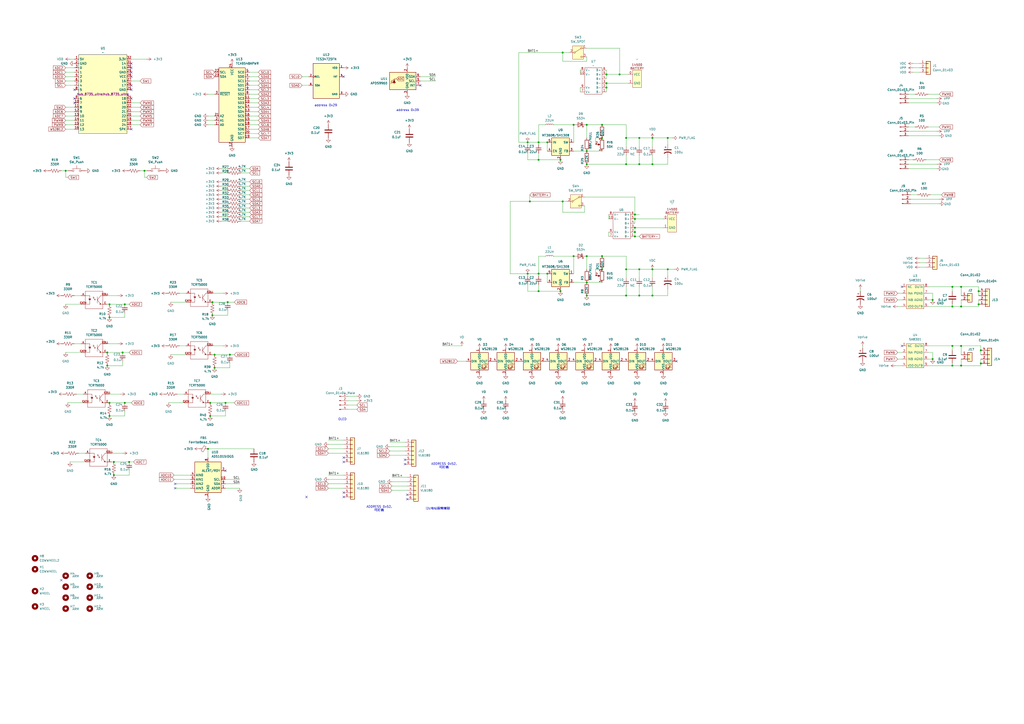
<source format=kicad_sch>
(kicad_sch (version 20250114) (generator "eeschema") (generator_version "9.0")
  (paper "A2")
  (lib_symbols
    (symbol "14500_battery:battery_slot"
      (property "Reference" "U" (at 0 0 0))
      (symbol "battery_slot_1_1"
        (text "14500\nBATTERY" (at -1.27 7.112 0) (effects (font (size 1.27 1.27))))
        (pin power_in line (at 3.81 2.54 180) (length 2.54) (name "VCC") (number "0"))
        (pin input line (at 3.81 -2.54 180) (length 2.54) (name "GND") (number "1"))
      )
    )
    (symbol "14500_battery:charger"
      (property "Reference" "U" (at 0 0 0))
      (symbol "charger_1_1"
        (pin power_out line (at -7.62 6.35 0) (length 2.54) (name "B-") (number "1"))
        (pin power_out line (at -7.62 3.81 0) (length 2.54) (name "B-") (number "2"))
        (pin power_out line (at -7.62 1.27 0) (length 2.54) (name "B-") (number "3"))
        (pin power_out line (at -7.62 -1.27 0) (length 2.54) (name "B+") (number "4"))
        (pin power_out line (at -7.62 -3.81 0) (length 2.54) (name "B+") (number "5"))
        (pin power_out line (at -7.62 -6.35 0) (length 2.54) (name "B+") (number "6"))
        (pin power_out line (at 7.62 6.35 180) (length 2.54) (name "V+") (number "7"))
        (pin power_out line (at 7.62 3.81 180) (length 2.54) (name "V+") (number "9"))
        (pin power_out line (at 7.62 -3.81 180) (length 2.54) (name "V-") (number "10"))
        (pin power_out line (at 7.62 -6.35 180) (length 2.54) (name "V-") (number "8"))
      )
    )
    (symbol "Analog_ADC:ADS1015IDGS"
      (property "Reference" "U" (at 2.54 13.97 0))
      (property "Value" "ADS1015IDGS" (at 7.62 11.43 0))
      (symbol "ADS1015IDGS_1_1"
        (pin input line (at -10.16 2.54 0) (length 2.54) (name "AIN0") (number "4"))
        (pin input line (at -10.16 0 0) (length 2.54) (name "AIN1") (number "5"))
        (pin input line (at -10.16 -2.54 0) (length 2.54) (name "AIN2") (number "6"))
        (pin input line (at -10.16 -5.08 0) (length 2.54) (name "AIN3") (number "7"))
        (pin power_in line (at 0 12.7 270) (length 2.54) (name "VDD") (number "8"))
        (pin power_in line (at 0 -10.16 90) (length 2.54) (name "GND") (number "3"))
        (pin output line (at 10.16 5.08 180) (length 2.54) (name "ALERT/RDY") (number "2"))
        (pin input line (at 10.16 0 180) (length 2.54) (name "SCL") (number "10"))
        (pin bidirectional line (at 10.16 -2.54 180) (length 2.54) (name "SDA") (number "9"))
        (pin input line (at 10.16 -5.08 180) (length 2.54) (name "ADDR") (number "1"))
      )
    )
    (symbol "Connector:Conn_01x03_Pin" (pin_names (offset 1.016) (hide yes))
      (property "Reference" "J" (at 0 5.08 0))
      (property "Value" "Conn_01x03_Pin" (at 0 -5.08 0))
      (symbol "Conn_01x03_Pin_1_1"
        (pin passive line (at 5.08 2.54 180) (length 3.81) (name "Pin_1") (number "1"))
        (pin passive line (at 5.08 0 180) (length 3.81) (name "Pin_2") (number "2"))
        (pin passive line (at 5.08 -2.54 180) (length 3.81) (name "Pin_3") (number "3"))
      )
    )
    (symbol "Connector:Conn_01x04_Pin" (pin_names (offset 1.016) (hide yes))
      (property "Reference" "J" (at 0 5.08 0))
      (property "Value" "Conn_01x04_Pin" (at 0 -7.62 0))
      (symbol "Conn_01x04_Pin_1_1"
        (pin passive line (at 5.08 2.54 180) (length 3.81) (name "Pin_1") (number "1"))
        (pin passive line (at 5.08 0 180) (length 3.81) (name "Pin_2") (number "2"))
        (pin passive line (at 5.08 -2.54 180) (length 3.81) (name "Pin_3") (number "3"))
        (pin passive line (at 5.08 -5.08 180) (length 3.81) (name "Pin_4") (number "4"))
      )
    )
    (symbol "Connector_Generic:Conn_01x02" (pin_names (offset 1.016) (hide yes))
      (property "Reference" "J" (at 0 2.54 0))
      (property "Value" "Conn_01x02" (at 0 -5.08 0))
      (symbol "Conn_01x02_1_1"
        (pin passive line (at -5.08 0 0) (length 3.81) (name "Pin_1") (number "1"))
        (pin passive line (at -5.08 -2.54 0) (length 3.81) (name "Pin_2") (number "2"))
      )
    )
    (symbol "Connector_Generic:Conn_01x03" (pin_names (offset 1.016) (hide yes))
      (property "Reference" "J" (at 0 5.08 0))
      (property "Value" "Conn_01x03" (at 0 -5.08 0))
      (symbol "Conn_01x03_1_1"
        (pin passive line (at -5.08 2.54 0) (length 3.81) (name "Pin_1") (number "1"))
        (pin passive line (at -5.08 0 0) (length 3.81) (name "Pin_2") (number "2"))
        (pin passive line (at -5.08 -2.54 0) (length 3.81) (name "Pin_3") (number "3"))
      )
    )
    (symbol "Connector_Generic:Conn_01x04" (pin_names (offset 1.016) (hide yes))
      (property "Reference" "J" (at 0 5.08 0))
      (property "Value" "Conn_01x04" (at 0 -7.62 0))
      (symbol "Conn_01x04_1_1"
        (pin passive line (at -5.08 2.54 0) (length 3.81) (name "Pin_1") (number "1"))
        (pin passive line (at -5.08 0 0) (length 3.81) (name "Pin_2") (number "2"))
        (pin passive line (at -5.08 -2.54 0) (length 3.81) (name "Pin_3") (number "3"))
        (pin passive line (at -5.08 -5.08 0) (length 3.81) (name "Pin_4") (number "4"))
      )
    )
    (symbol "Connector_Generic:Conn_01x06" (pin_names (offset 1.016) (hide yes))
      (property "Reference" "J" (at 0 7.62 0))
      (property "Value" "Conn_01x06" (at 0 -10.16 0))
      (symbol "Conn_01x06_1_1"
        (pin passive line (at -5.08 5.08 0) (length 3.81) (name "Pin_1") (number "1"))
        (pin passive line (at -5.08 2.54 0) (length 3.81) (name "Pin_2") (number "2"))
        (pin passive line (at -5.08 0 0) (length 3.81) (name "Pin_3") (number "3"))
        (pin passive line (at -5.08 -2.54 0) (length 3.81) (name "Pin_4") (number "4"))
        (pin passive line (at -5.08 -5.08 0) (length 3.81) (name "Pin_5") (number "5"))
        (pin passive line (at -5.08 -7.62 0) (length 3.81) (name "Pin_6") (number "6"))
      )
    )
    (symbol "Device:C" (pin_numbers (hide yes)) (pin_names (offset 0.254))
      (property "Reference" "C" (at 0.635 2.54 0))
      (property "Value" "C" (at 0.635 -2.54 0))
      (symbol "C_1_1"
        (pin passive line (at 0 3.81 270) (length 2.794) (name "~") (number "1"))
        (pin passive line (at 0 -3.81 90) (length 2.794) (name "~") (number "2"))
      )
    )
    (symbol "Device:C_Polarized_US" (pin_numbers (hide yes)) (pin_names (offset 0.254) (hide yes))
      (property "Reference" "C" (at 0.635 2.54 0))
      (property "Value" "C_Polarized_US" (at 0.635 -2.54 0))
      (symbol "C_Polarized_US_1_1"
        (pin passive line (at 0 3.81 270) (length 2.794) (name "~") (number "1"))
        (pin passive line (at 0 -3.81 90) (length 3.302) (name "~") (number "2"))
      )
    )
    (symbol "Device:C_Small" (pin_numbers (hide yes)) (pin_names (offset 0.254) (hide yes))
      (property "Reference" "C" (at 0.254 1.778 0))
      (property "Value" "C_Small" (at 0.254 -2.032 0))
      (symbol "C_Small_1_1"
        (pin passive line (at 0 2.54 270) (length 2.032) (name "~") (number "1"))
        (pin passive line (at 0 -2.54 90) (length 2.032) (name "~") (number "2"))
      )
    )
    (symbol "Device:FerriteBead_Small" (pin_numbers (hide yes)) (pin_names (offset 0))
      (property "Reference" "FB" (at 1.905 1.27 0))
      (property "Value" "FerriteBead_Small" (at 1.905 -1.27 0))
      (symbol "FerriteBead_Small_1_1"
        (pin passive line (at 0 2.54 270) (length 1.27) (name "~") (number "1"))
        (pin passive line (at 0 -2.54 90) (length 1.27) (name "~") (number "2"))
      )
    )
    (symbol "Device:L_Small" (pin_numbers (hide yes)) (pin_names (offset 0.254) (hide yes))
      (property "Reference" "L" (at 0.762 1.016 0))
      (property "Value" "L_Small" (at 0.762 -1.016 0))
      (symbol "L_Small_1_1"
        (pin passive line (at 0 2.54 270) (length 0.508) (name "~") (number "1"))
        (pin passive line (at 0 -2.54 90) (length 0.508) (name "~") (number "2"))
      )
    )
    (symbol "Device:R" (pin_numbers (hide yes)) (pin_names (offset 0))
      (property "Reference" "R" (at 2.032 0 90))
      (property "Value" "R" (at 0 0 90))
      (symbol "R_1_1"
        (pin passive line (at 0 3.81 270) (length 1.27) (name "~") (number "1"))
        (pin passive line (at 0 -3.81 90) (length 1.27) (name "~") (number "2"))
      )
    )
    (symbol "Device:R_Potentiometer" (pin_names (offset 1.016) (hide yes))
      (property "Reference" "RV" (at -4.445 0 90))
      (property "Value" "R_Potentiometer" (at -2.54 0 90))
      (symbol "R_Potentiometer_1_1"
        (pin passive line (at 0 3.81 270) (length 1.27) (name "1") (number "1"))
        (pin passive line (at 0 -3.81 90) (length 1.27) (name "3") (number "3"))
        (pin passive line (at 3.81 0 180) (length 1.27) (name "2") (number "2"))
      )
    )
    (symbol "Device:R_US" (pin_numbers (hide yes)) (pin_names (offset 0))
      (property "Reference" "R" (at 2.54 0 90))
      (property "Value" "R_US" (at -2.54 0 90))
      (symbol "R_US_1_1"
        (pin passive line (at 0 3.81 270) (length 1.27) (name "~") (number "1"))
        (pin passive line (at 0 -3.81 90) (length 1.27) (name "~") (number "2"))
      )
    )
    (symbol "Diode:SS34" (pin_numbers (hide yes)) (pin_names (offset 1.016) (hide yes))
      (property "Reference" "D" (at 0 2.54 0))
      (property "Value" "SS34" (at 0 -2.54 0))
      (symbol "SS34_1_1"
        (pin passive line (at -3.81 0 0) (length 2.54) (name "K") (number "1"))
        (pin passive line (at 3.81 0 180) (length 2.54) (name "A") (number "2"))
      )
    )
    (symbol "IC:SA8301"
      (property "Reference" "U" (at -2.54 1.27 0))
      (property "Value" "SA8301" (at 0 0 0))
      (symbol "SA8301_1_1"
        (pin passive line (at -6.35 -2.54 0) (length 2.54) (name "NC") (number "1"))
        (pin input line (at -6.35 -6.35 0) (length 2.54) (name "INA") (number "2"))
        (pin input line (at -6.35 -10.16 0) (length 2.54) (name "INB") (number "3"))
        (pin power_in line (at -6.35 -13.97 0) (length 2.54) (name "VDD") (number "4"))
        (pin output line (at 8.89 -2.54 180) (length 2.54) (name "OUTA") (number "8"))
        (pin power_in line (at 8.89 -6.35 180) (length 2.54) (name "PGND") (number "7"))
        (pin power_in line (at 8.89 -10.16 180) (length 2.54) (name "AGND") (number "6"))
        (pin output line (at 8.89 -13.97 180) (length 2.54) (name "OUTB") (number "5"))
      )
    )
    (symbol "Interface_Expansion:TCA9548APWR"
      (property "Reference" "U" (at -7.62 21.59 0))
      (property "Value" "TCA9548APWR" (at 1.016 21.59 0))
      (symbol "TCA9548APWR_1_1"
        (pin input line (at -10.16 17.78 0) (length 2.54) (name "SCL") (number "22"))
        (pin bidirectional line (at -10.16 15.24 0) (length 2.54) (name "SDA") (number "23"))
        (pin input line (at -10.16 5.08 0) (length 2.54) (name "~{RESET}") (number "3"))
        (pin input line (at -10.16 -7.62 0) (length 2.54) (name "A2") (number "21"))
        (pin input line (at -10.16 -10.16 0) (length 2.54) (name "A1") (number "2"))
        (pin input line (at -10.16 -12.7 0) (length 2.54) (name "A0") (number "1"))
        (pin power_in line (at 0 22.86 270) (length 2.54) (name "VCC") (number "24"))
        (pin power_in line (at 0 -25.4 90) (length 2.54) (name "GND") (number "12"))
        (pin output line (at 10.16 17.78 180) (length 2.54) (name "SC0") (number "5"))
        (pin bidirectional line (at 10.16 15.24 180) (length 2.54) (name "SD0") (number "4"))
        (pin output line (at 10.16 12.7 180) (length 2.54) (name "SC1") (number "7"))
        (pin bidirectional line (at 10.16 10.16 180) (length 2.54) (name "SD1") (number "6"))
        (pin output line (at 10.16 7.62 180) (length 2.54) (name "SC2") (number "9"))
        (pin bidirectional line (at 10.16 5.08 180) (length 2.54) (name "SD2") (number "8"))
        (pin output line (at 10.16 2.54 180) (length 2.54) (name "SC3") (number "11"))
        (pin bidirectional line (at 10.16 0 180) (length 2.54) (name "SD3") (number "10"))
        (pin output line (at 10.16 -2.54 180) (length 2.54) (name "SC4") (number "14"))
        (pin bidirectional line (at 10.16 -5.08 180) (length 2.54) (name "SD4") (number "13"))
        (pin output line (at 10.16 -7.62 180) (length 2.54) (name "SC5") (number "16"))
        (pin bidirectional line (at 10.16 -10.16 180) (length 2.54) (name "SD5") (number "15"))
        (pin output line (at 10.16 -12.7 180) (length 2.54) (name "SC6") (number "18"))
        (pin bidirectional line (at 10.16 -15.24 180) (length 2.54) (name "SD6") (number "17"))
        (pin output line (at 10.16 -17.78 180) (length 2.54) (name "SC7") (number "20"))
        (pin bidirectional line (at 10.16 -20.32 180) (length 2.54) (name "SD7") (number "19"))
      )
    )
    (symbol "LED:WS2812B" (pin_names (offset 0.254))
      (property "Reference" "D" (at 5.08 5.715 0))
      (property "Value" "WS2812B" (at 1.27 -5.715 0))
      (symbol "WS2812B_0_0"
        (text "RGB" (at 2.286 -4.191 0) (effects (font (size 0.762 0.762))))
      )
      (symbol "WS2812B_1_1"
        (pin input line (at -7.62 0 0) (length 2.54) (name "DIN") (number "4"))
        (pin power_in line (at 0 7.62 270) (length 2.54) (name "VDD") (number "1"))
        (pin power_in line (at 0 -7.62 90) (length 2.54) (name "VSS") (number "3"))
        (pin output line (at 7.62 0 180) (length 2.54) (name "DOUT") (number "2"))
      )
    )
    (symbol "Mechanical:MountingHole" (pin_names (offset 1.016)) (exclude_from_sim yes) (in_bom no)
      (property "Reference" "H" (at 0 5.08 0))
      (property "Value" "MountingHole" (at 0 3.175 0))
    )
    (symbol "Pin_Library:TCRT5000" (pin_names (offset 1.016))
      (property "Reference" "U" (at -5.0887 5.7248 0))
      (property "Value" "TCRT5000" (at -5.0838 -5.7193 0))
      (symbol "TCRT5000_0_0"
        (pin passive line (at -7.62 2.54 0) (length 2.54) (name "~") (number "A"))
        (pin passive line (at -7.62 -2.54 0) (length 2.54) (name "~") (number "CATH"))
        (pin passive line (at 7.62 2.54 180) (length 2.54) (name "~") (number "COLL"))
        (pin passive line (at 7.62 -2.54 180) (length 2.54) (name "~") (number "E"))
      )
    )
    (symbol "Pin_Library:TCS34725FN" (pin_names (offset 1.016))
      (property "Reference" "U" (at -7.6343 10.179 0))
      (property "Value" "TCS34725FN" (at -7.6296 -10.1727 0))
      (symbol "TCS34725FN_0_0"
        (pin input clock (at -10.16 2.54 0) (length 2.54) (name "SCL") (number "2"))
        (pin bidirectional line (at -10.16 -2.54 0) (length 2.54) (name "SDA") (number "6"))
        (pin power_in line (at 10.16 7.62 180) (length 2.54) (name "VDD") (number "1"))
        (pin output line (at 10.16 2.54 180) (length 2.54) (name "INT") (number "5"))
        (pin power_in line (at 10.16 -7.62 180) (length 2.54) (name "GND") (number "3"))
      )
    )
    (symbol "Regulator_Switching:MT3608"
      (property "Reference" "U" (at -2.54 8.89 0))
      (property "Value" "MT3608" (at -3.81 6.35 0))
      (symbol "MT3608_1_1"
        (pin power_in line (at -7.62 2.54 0) (length 2.54) (name "IN") (number "5"))
        (pin input line (at -7.62 -2.54 0) (length 2.54) (name "EN") (number "4"))
        (pin power_in line (at 0 -7.62 90) (length 2.54) (name "GND") (number "2"))
        (pin no_connect line (at 5.08 0 180) (length 2.54) (hide yes) (name "NC") (number "6"))
        (pin passive line (at 7.62 2.54 180) (length 2.54) (name "SW") (number "1"))
        (pin input line (at 7.62 -2.54 180) (length 2.54) (name "FB") (number "3"))
      )
    )
    (symbol "Sensor_Optical:APDS-9251-001"
      (property "Reference" "U" (at -6.35 6.35 0))
      (property "Value" "APDS-9251-001" (at 3.81 6.35 0))
      (symbol "APDS-9251-001_0_0"
        (text "ADC" (at -1.27 1.27 0) (effects (font (size 1.27 1.27))))
      )
      (symbol "APDS-9251-001_1_1"
        (pin no_connect line (at -7.62 2.54 0) (length 2.54) (hide yes) (name "NC") (number "1"))
        (pin no_connect line (at -7.62 0 0) (length 2.54) (hide yes) (name "NC") (number "4"))
        (pin no_connect line (at -7.62 -2.54 0) (length 2.54) (hide yes) (name "NC") (number "8"))
        (pin power_in line (at 2.54 7.62 270) (length 2.54) (name "VDD") (number "2"))
        (pin power_in line (at 2.54 -7.62 90) (length 2.54) (name "GND") (number "3"))
        (pin bidirectional line (at 10.16 2.54 180) (length 2.54) (name "SDA") (number "6"))
        (pin input line (at 10.16 0 180) (length 2.54) (name "SCL") (number "5"))
        (pin open_collector line (at 10.16 -2.54 180) (length 2.54) (name "INT") (number "7"))
      )
    )
    (symbol "Switch:SW_Push" (pin_numbers (hide yes)) (pin_names (offset 1.016) (hide yes))
      (property "Reference" "SW" (at 1.27 2.54 0))
      (property "Value" "SW_Push" (at 0 -1.524 0))
      (symbol "SW_Push_0_1"
        (pin passive line (at -5.08 0 0) (length 2.54) (name "1") (number "1"))
        (pin passive line (at 5.08 0 180) (length 2.54) (name "2") (number "2"))
      )
    )
    (symbol "Switch:SW_SPDT" (pin_names (offset 0) (hide yes))
      (property "Reference" "SW" (at 0 5.08 0))
      (property "Value" "SW_SPDT" (at 0 -5.08 0))
      (symbol "SW_SPDT_1_1"
        (pin passive line (at -5.08 0 0) (length 2.54) (name "B") (number "2"))
        (pin passive line (at 5.08 2.54 180) (length 2.54) (name "A") (number "1"))
        (pin passive line (at 5.08 -2.54 180) (length 2.54) (name "C") (number "3"))
      )
    )
    (symbol "hub_8735_ultra:hub_8735"
      (property "Reference" "U" (at 0 0 0))
      (symbol "hub_8735_1_1"
        (pin power_in line (at -16.51 20.32 0) (length 2.54) (name "5V") (number "1"))
        (pin power_in line (at -16.51 17.78 0) (length 2.54) (name "GND") (number "2"))
        (pin bidirectional line (at -16.51 15.24 0) (length 2.54) (name "0") (number "3"))
        (pin bidirectional line (at -16.51 12.7 0) (length 2.54) (name "1") (number "4"))
        (pin bidirectional line (at -16.51 10.16 0) (length 2.54) (name "2") (number "5"))
        (pin bidirectional line (at -16.51 7.62 0) (length 2.54) (name "3") (number "6"))
        (pin bidirectional line (at -16.51 5.08 0) (length 2.54) (name "4") (number "7"))
        (pin bidirectional line (at -16.51 2.54 0) (length 2.54) (name "5") (number "8"))
        (pin bidirectional line (at -16.51 -2.54 0) (length 2.54) (name "6") (number "9"))
        (pin bidirectional line (at -16.51 -5.08 0) (length 2.54) (name "7") (number "10"))
        (pin bidirectional line (at -16.51 -7.62 0) (length 2.54) (name "8") (number "11"))
        (pin bidirectional line (at -16.51 -10.16 0) (length 2.54) (name "9") (number "12"))
        (pin bidirectional line (at -16.51 -12.7 0) (length 2.54) (name "10") (number "13"))
        (pin bidirectional line (at -16.51 -15.24 0) (length 2.54) (name "11") (number "14"))
        (pin bidirectional line (at -16.51 -17.78 0) (length 2.54) (name "12") (number "15"))
        (pin bidirectional line (at -16.51 -20.32 0) (length 2.54) (name "13") (number "16"))
        (pin power_in line (at 16.51 20.32 180) (length 2.54) (name "3.3V") (number "32"))
        (pin input line (at 16.51 17.78 180) (length 2.54) (name "14") (number "31"))
        (pin bidirectional line (at 16.51 15.24 180) (length 2.54) (name "15") (number "30"))
        (pin power_in line (at 16.51 12.7 180) (length 2.54) (name "GND") (number "29"))
        (pin power_out line (at 16.51 10.16 180) (length 2.54) (name "VCC") (number "28"))
        (pin bidirectional line (at 16.51 7.62 180) (length 2.54) (name "16") (number "27"))
        (pin bidirectional line (at 16.51 5.08 180) (length 2.54) (name "17") (number "26"))
        (pin power_in line (at 16.51 2.54 180) (length 2.54) (name "GND") (number "25"))
        (pin bidirectional line (at 16.51 -2.54 180) (length 2.54) (name "18") (number "24"))
        (pin bidirectional line (at 16.51 -5.08 180) (length 2.54) (name "19") (number "23"))
        (pin bidirectional line (at 16.51 -7.62 180) (length 2.54) (name "20") (number "22"))
        (pin bidirectional line (at 16.51 -10.16 180) (length 2.54) (name "21") (number "21"))
        (pin bidirectional line (at 16.51 -12.7 180) (length 2.54) (name "22") (number "20"))
        (pin bidirectional line (at 16.51 -15.24 180) (length 2.54) (name "23") (number "19"))
        (pin bidirectional line (at 16.51 -17.78 180) (length 2.54) (name "24") (number "18"))
        (pin output line (at 16.51 -20.32 180) (length 2.54) (name "SPK") (number "17"))
      )
    )
    (symbol "power:+3.3V" (power) (pin_names (offset 0))
      (property "Value" "+3.3V" (at 0 3.556 0))
      (symbol "+3.3V_1_1"
        (pin power_in line (at 0 0 90) (length 0) (hide yes) (name "+3V3") (number "1"))
      )
    )
    (symbol "power:+3V3" (power) (pin_numbers (hide yes)) (pin_names (offset 0) (hide yes))
      (property "Value" "+3V3" (at 0 3.556 0))
      (symbol "+3V3_1_1"
        (pin power_in line (at 0 0 90) (length 0) (name "~") (number "1"))
      )
    )
    (symbol "power:GND" (power) (pin_numbers (hide yes)) (pin_names (offset 0) (hide yes))
      (property "Value" "GND" (at 0 -3.81 0))
      (symbol "GND_1_1"
        (pin power_in line (at 0 0 270) (length 0) (name "~") (number "1"))
      )
    )
    (symbol "power:PWR_FLAG" (power) (pin_numbers (hide yes)) (pin_names (offset 0) (hide yes))
      (property "Value" "PWR_FLAG" (at 0 3.81 0))
      (symbol "PWR_FLAG_0_0"
        (pin power_out line (at 0 0 90) (length 0) (name "~") (number "1"))
      )
    )
    (symbol "power:VD" (power) (pin_numbers (hide yes)) (pin_names (offset 0) (hide yes))
      (property "Value" "VD" (at 0 3.556 0))
      (symbol "VD_1_1"
        (pin power_in line (at 0 0 90) (length 0) (name "~") (number "1"))
      )
    )
    (symbol "power:VDC" (power) (pin_numbers (hide yes)) (pin_names (offset 0) (hide yes))
      (property "Value" "VDC" (at 0 3.556 0))
      (symbol "VDC_1_1"
        (pin power_in line (at 0 0 90) (length 0) (name "~") (number "1"))
      )
    )
    (symbol "power:VDD" (power) (pin_numbers (hide yes)) (pin_names (offset 0) (hide yes))
      (property "Value" "VDD" (at 0 3.556 0))
      (symbol "VDD_1_1"
        (pin power_in line (at 0 0 90) (length 0) (name "~") (number "1"))
      )
    )
    (symbol "power:VPP" (power) (pin_numbers (hide yes)) (pin_names (offset 0) (hide yes))
      (property "Value" "VPP" (at 0 3.556 0))
      (symbol "VPP_1_1"
        (pin power_in line (at 0 0 90) (length 0) (name "~") (number "1"))
      )
    )
    (symbol "power:Vdrive" (power) (pin_numbers (hide yes)) (pin_names (offset 0) (hide yes))
      (property "Value" "Vdrive" (at 0 3.556 0))
      (symbol "Vdrive_1_1"
        (pin power_in line (at 0 0 90) (length 0) (name "~") (number "1"))
      )
    )
  )
  (text "OLED" (at 198.628 243.332 0) (effects (font (size 1.27 1.27))))
  (text "ADDRESS 0x52.\n可訂義\n" (at 257.556 270.256 0) (effects (font (size 1.27 1.27))))
  (text "address 0x39" (at 236.474 64.008 0) (effects (font (size 1.27 1.27))))
  (text "i2c地址設需確認\n" (at 254 295.148 0) (effects (font (size 1.27 1.27))))
  (text "ADDRESS 0x52.\n可訂義\n" (at 219.964 295.148 0) (effects (font (size 1.27 1.27))))
  (text "address 0x29" (at 188.976 61.214 0) (effects (font (size 1.27 1.27))))
  (junction (at 370.84 171.45))
  (junction (at 351.79 50.8))
  (junction (at 568.96 210.82))
  (junction (at 568.96 203.2))
  (junction (at 72.39 233.68))
  (junction (at 351.79 43.18))
  (junction (at 340.36 163.83))
  (junction (at 63.5 241.3))
  (junction (at 552.45 177.8))
  (junction (at 120.65 260.35))
  (junction (at 71.12 204.47))
  (junction (at 557.53 166.37))
  (junction (at 340.36 72.39))
  (junction (at 133.35 205.74))
  (junction (at 368.3 124.46))
  (junction (at 306.07 82.55))
  (junction (at 552.45 166.37))
  (junction (at 312.42 82.55))
  (junction (at 349.25 148.59))
  (junction (at 325.12 168.91))
  (junction (at 378.46 95.25))
  (junction (at 557.53 212.09))
  (junction (at 368.3 132.08))
  (junction (at 121.92 233.68))
  (junction (at 567.69 168.91))
  (junction (at 363.22 171.45))
  (junction (at 325.12 92.71))
  (junction (at 541.02 173.99))
  (junction (at 387.35 156.21))
  (junction (at 317.5 82.55))
  (junction (at 552.45 212.09))
  (junction (at 306.07 158.75))
  (junction (at 370.84 156.21))
  (junction (at 63.5 233.68))
  (junction (at 312.42 92.71))
  (junction (at 121.92 241.3))
  (junction (at 83.82 99.06))
  (junction (at 130.81 233.68))
  (junction (at 326.39 116.84))
  (junction (at 38.1 99.06))
  (junction (at 378.46 156.21))
  (junction (at 66.04 275.59))
  (junction (at 359.41 43.18))
  (junction (at 370.84 80.01))
  (junction (at 567.69 176.53))
  (junction (at 363.22 156.21))
  (junction (at 368.3 127))
  (junction (at 340.36 87.63))
  (junction (at 552.45 200.66))
  (junction (at 387.35 80.01))
  (junction (at 123.19 175.26))
  (junction (at 557.53 200.66))
  (junction (at 312.42 158.75))
  (junction (at 370.84 95.25))
  (junction (at 349.25 72.39))
  (junction (at 62.23 204.47))
  (junction (at 363.22 95.25))
  (junction (at 124.46 213.36))
  (junction (at 332.74 72.39))
  (junction (at 307.34 116.84))
  (junction (at 340.36 171.45))
  (junction (at 378.46 80.01))
  (junction (at 63.5 184.15))
  (junction (at 541.02 208.28))
  (junction (at 351.79 48.26))
  (junction (at 368.3 134.62))
  (junction (at 132.08 175.26))
  (junction (at 123.19 182.88))
  (junction (at 317.5 158.75))
  (junction (at 368.3 137.16))
  (junction (at 349.25 80.01))
  (junction (at 340.36 95.25))
  (junction (at 62.23 212.09))
  (junction (at 66.04 267.97))
  (junction (at 63.5 176.53))
  (junction (at 332.74 148.59))
  (junction (at 74.93 267.97))
  (junction (at 326.39 30.48))
  (junction (at 72.39 176.53))
  (junction (at 349.25 156.21))
  (junction (at 363.22 80.01))
  (junction (at 557.53 177.8))
  (junction (at 312.42 168.91))
  (junction (at 340.36 148.59))
  (junction (at 124.46 205.74))
  (junction (at 378.46 171.45))
  (no_connect (at 43.18 57.15))
  (no_connect (at 76.2 44.45))
  (no_connect (at 523.24 166.37))
  (no_connect (at 43.18 52.07))
  (no_connect (at 392.43 209.55))
  (no_connect (at 199.39 44.45))
  (no_connect (at 76.2 57.15))
  (no_connect (at 236.22 287.02))
  (no_connect (at 177.8 288.29))
  (no_connect (at 76.2 36.83))
  (no_connect (at 236.22 289.56))
  (no_connect (at 199.39 285.75))
  (no_connect (at 234.95 266.7))
  (no_connect (at 76.2 41.91))
  (no_connect (at 523.24 200.66))
  (no_connect (at 35.56 336.55))
  (no_connect (at 101.6 280.67))
  (no_connect (at 76.2 39.37))
  (no_connect (at 130.81 273.05))
  (no_connect (at 199.39 288.29))
  (no_connect (at 76.2 74.93))
  (no_connect (at 199.39 267.97))
  (no_connect (at 234.95 269.24))
  (no_connect (at 199.39 265.43))
  (no_connect (at 76.2 49.53))
  (no_connect (at 43.18 59.69))
  (no_connect (at 101.6 283.21))
  (no_connect (at 243.84 49.53))
  (no_connect (at 76.2 52.07))
  (wire (pts (xy 120.65 260.35) (xy 120.65 265.43)))
  (wire (pts (xy 133.35 213.36) (xy 124.46 213.36)))
  (wire (pts (xy 128.27 107.95) (xy 132.08 107.95)))
  (wire (pts (xy 149.86 72.39) (xy 144.78 72.39)))
  (wire (pts (xy 340.36 148.59) (xy 349.25 148.59)))
  (wire (pts (xy 132.08 180.34) (xy 132.08 182.88)))
  (wire (pts (xy 368.3 132.08) (xy 368.3 134.62)))
  (wire (pts (xy 128.27 115.57) (xy 132.08 115.57)))
  (wire (pts (xy 104.14 200.66) (xy 107.95 200.66)))
  (wire (pts (xy 38.1 41.91) (xy 43.18 41.91)))
  (wire (pts (xy 74.93 267.97) (xy 77.47 267.97)))
  (wire (pts (xy 552.45 200.66) (xy 557.53 200.66)))
  (wire (pts (xy 326.39 116.84) (xy 328.93 116.84)))
  (wire (pts (xy 64.77 262.89) (xy 71.12 262.89)))
  (wire (pts (xy 527.05 76.2) (xy 543.56 76.2)))
  (wire (pts (xy 226.06 261.62) (xy 234.95 261.62)))
  (wire (pts (xy 76.2 67.31) (xy 81.28 67.31)))
  (wire (pts (xy 132.08 175.26) (xy 135.89 175.26)))
  (wire (pts (xy 252.73 46.99) (xy 243.84 46.99)))
  (wire (pts (xy 252.73 44.45) (xy 243.84 44.45)))
  (wire (pts (xy 317.5 82.55) (xy 312.42 82.55)))
  (wire (pts (xy 353.06 134.62) (xy 353.06 137.16)))
  (wire (pts (xy 370.84 156.21) (xy 378.46 156.21)))
  (wire (pts (xy 306.07 158.75) (xy 312.42 158.75)))
  (wire (pts (xy 387.35 80.01) (xy 378.46 80.01)))
  (wire (pts (xy 317.5 87.63) (xy 317.5 82.55)))
  (wire (pts (xy 332.74 163.83) (xy 340.36 163.83)))
  (wire (pts (xy 72.39 233.68) (xy 76.2 233.68)))
  (wire (pts (xy 378.46 95.25) (xy 378.46 90.17)))
  (wire (pts (xy 128.27 118.11) (xy 132.08 118.11)))
  (wire (pts (xy 552.45 177.8) (xy 557.53 177.8)))
  (wire (pts (xy 306.07 168.91) (xy 312.42 168.91)))
  (wire (pts (xy 520.7 204.47) (xy 523.24 204.47)))
  (wire (pts (xy 149.86 67.31) (xy 144.78 67.31)))
  (wire (pts (xy 316.23 72.39) (xy 312.42 72.39)))
  (wire (pts (xy 326.39 35.56) (xy 326.39 30.48)))
  (wire (pts (xy 538.48 204.47) (xy 541.02 204.47)))
  (wire (pts (xy 44.45 228.6) (xy 48.26 228.6)))
  (wire (pts (xy 62.23 171.45) (xy 68.58 171.45)))
  (wire (pts (xy 340.36 33.02) (xy 340.36 35.56)))
  (wire (pts (xy 332.74 87.63) (xy 340.36 87.63)))
  (wire (pts (xy 38.1 67.31) (xy 43.18 67.31)))
  (wire (pts (xy 552.45 166.37) (xy 557.53 166.37)))
  (wire (pts (xy 541.02 170.18) (xy 541.02 173.99)))
  (wire (pts (xy 226.06 264.16) (xy 234.95 264.16)))
  (wire (pts (xy 387.35 91.44) (xy 387.35 95.25)))
  (wire (pts (xy 104.14 170.18) (xy 107.95 170.18)))
  (wire (pts (xy 226.06 259.08) (xy 234.95 259.08)))
  (wire (pts (xy 370.84 80.01) (xy 378.46 80.01)))
  (wire (pts (xy 351.79 48.26) (xy 351.79 50.8)))
  (wire (pts (xy 74.93 273.05) (xy 74.93 275.59)))
  (wire (pts (xy 63.5 176.53) (xy 62.23 176.53)))
  (wire (pts (xy 340.36 95.25) (xy 363.22 95.25)))
  (wire (pts (xy 370.84 137.16) (xy 368.3 137.16)))
  (wire (pts (xy 227.33 284.48) (xy 236.22 284.48)))
  (wire (pts (xy 101.6 280.67) (xy 110.49 280.67)))
  (wire (pts (xy 351.79 48.26) (xy 364.49 48.26)))
  (wire (pts (xy 391.16 156.21) (xy 387.35 156.21)))
  (wire (pts (xy 100.965 278.13) (xy 110.49 278.13)))
  (wire (pts (xy 332.74 148.59) (xy 332.74 158.75)))
  (wire (pts (xy 76.2 64.77) (xy 81.28 64.77)))
  (wire (pts (xy 312.42 83.82) (xy 312.42 82.55)))
  (wire (pts (xy 99.06 205.74) (xy 107.95 205.74)))
  (wire (pts (xy 133.35 205.74) (xy 135.89 205.74)))
  (wire (pts (xy 538.48 173.99) (xy 541.02 173.99)))
  (wire (pts (xy 368.3 124.46) (xy 368.3 127)))
  (wire (pts (xy 144.78 105.41) (xy 139.7 105.41)))
  (wire (pts (xy 149.86 44.45) (xy 144.78 44.45)))
  (wire (pts (xy 345.44 156.21) (xy 349.25 156.21)))
  (wire (pts (xy 149.86 49.53) (xy 144.78 49.53)))
  (wire (pts (xy 38.1 72.39) (xy 43.18 72.39)))
  (wire (pts (xy 387.35 156.21) (xy 387.35 160.02)))
  (wire (pts (xy 62.23 204.47) (xy 71.12 204.47)))
  (wire (pts (xy 149.86 46.99) (xy 144.78 46.99)))
  (wire (pts (xy 101.6 283.21) (xy 110.49 283.21)))
  (wire (pts (xy 529.59 36.83) (xy 533.4 36.83)))
  (wire (pts (xy 363.22 90.17) (xy 363.22 95.25)))
  (wire (pts (xy 120.65 54.61) (xy 124.46 54.61)))
  (wire (pts (xy 363.22 80.01) (xy 370.84 80.01)))
  (wire (pts (xy 340.36 72.39) (xy 340.36 80.01)))
  (wire (pts (xy 345.44 160.02) (xy 345.44 156.21)))
  (wire (pts (xy 528.32 118.11) (xy 544.83 118.11)))
  (wire (pts (xy 123.19 200.66) (xy 129.54 200.66)))
  (wire (pts (xy 43.18 34.29) (xy 40.64 34.29)))
  (wire (pts (xy 557.53 200.66) (xy 557.53 205.74)))
  (wire (pts (xy 201.93 234.95) (xy 207.01 234.95)))
  (wire (pts (xy 363.22 80.01) (xy 363.22 85.09)))
  (wire (pts (xy 149.86 80.01) (xy 144.78 80.01)))
  (wire (pts (xy 120.65 69.85) (xy 124.46 69.85)))
  (wire (pts (xy 128.27 110.49) (xy 132.08 110.49)))
  (wire (pts (xy 149.8077 57.15) (xy 144.78 57.15)))
  (wire (pts (xy 256.54 200.66) (xy 267.97 200.66)))
  (wire (pts (xy 120.65 67.31) (xy 124.46 67.31)))
  (wire (pts (xy 63.5 228.6) (xy 69.85 228.6)))
  (wire (pts (xy 40.64 267.97) (xy 49.53 267.97)))
  (wire (pts (xy 120.65 260.35) (xy 147.32 260.35)))
  (wire (pts (xy 76.2 59.69) (xy 81.28 59.69)))
  (wire (pts (xy 76.2 62.23) (xy 81.28 62.23)))
  (wire (pts (xy 300.99 30.48) (xy 326.39 30.48)))
  (wire (pts (xy 63.5 233.68) (xy 72.39 233.68)))
  (wire (pts (xy 316.23 148.59) (xy 312.42 148.59)))
  (wire (pts (xy 265.43 209.55) (xy 270.51 209.55)))
  (wire (pts (xy 130.81 278.13) (xy 139.065 278.13)))
  (wire (pts (xy 144.78 110.49) (xy 139.7 110.49)))
  (wire (pts (xy 62.23 199.39) (xy 68.58 199.39)))
  (wire (pts (xy 72.39 241.3) (xy 63.5 241.3)))
  (wire (pts (xy 190.5 260.35) (xy 199.39 260.35)))
  (wire (pts (xy 130.81 241.3) (xy 121.92 241.3)))
  (wire (pts (xy 321.31 148.59) (xy 332.74 148.59)))
  (wire (pts (xy 149.86 54.61) (xy 144.78 54.61)))
  (wire (pts (xy 527.05 54.61) (xy 530.86 54.61)))
  (wire (pts (xy 207.01 229.87) (xy 201.93 229.87)))
  (wire (pts (xy 340.36 27.94) (xy 359.41 27.94)))
  (wire (pts (xy 538.48 166.37) (xy 552.45 166.37)))
  (wire (pts (xy 130.81 280.67) (xy 139.065 280.67)))
  (wire (pts (xy 38.1 46.99) (xy 43.18 46.99)))
  (wire (pts (xy 149.86 69.85) (xy 144.78 69.85)))
  (wire (pts (xy 85.09 34.29) (xy 76.2 34.29)))
  (wire (pts (xy 339.09 123.19) (xy 326.39 123.19)))
  (wire (pts (xy 340.36 72.39) (xy 349.25 72.39)))
  (wire (pts (xy 38.1 99.06) (xy 35.56 99.06)))
  (wire (pts (xy 568.96 210.82) (xy 568.96 212.09)))
  (wire (pts (xy 38.1 102.87) (xy 38.1 99.06)))
  (wire (pts (xy 326.39 123.19) (xy 326.39 116.84)))
  (wire (pts (xy 149.86 77.47) (xy 144.78 77.47)))
  (wire (pts (xy 135.89 233.68) (xy 130.81 233.68)))
  (wire (pts (xy 227.33 279.4) (xy 236.22 279.4)))
  (wire (pts (xy 144.78 107.95) (xy 139.7 107.95)))
  (wire (pts (xy 306.07 158.75) (xy 306.07 160.02)))
  (wire (pts (xy 38.1 44.45) (xy 43.18 44.45)))
  (wire (pts (xy 132.08 182.88) (xy 123.19 182.88)))
  (wire (pts (xy 336.55 40.64) (xy 336.55 43.18)))
  (wire (pts (xy 349.25 148.59) (xy 363.22 148.59)))
  (wire (pts (xy 317.5 163.83) (xy 317.5 158.75)))
  (wire (pts (xy 389.89 80.01) (xy 387.35 80.01)))
  (wire (pts (xy 387.35 156.21) (xy 378.46 156.21)))
  (wire (pts (xy 38.1 49.53) (xy 43.18 49.53)))
  (wire (pts (xy 38.1 39.37) (xy 43.18 39.37)))
  (wire (pts (xy 38.1 204.47) (xy 46.99 204.47)))
  (wire (pts (xy 552.45 212.09) (xy 557.53 212.09)))
  (wire (pts (xy 128.27 120.65) (xy 132.08 120.65)))
  (wire (pts (xy 370.84 171.45) (xy 378.46 171.45)))
  (wire (pts (xy 190.5 255.27) (xy 199.39 255.27)))
  (wire (pts (xy 72.39 184.15) (xy 63.5 184.15)))
  (wire (pts (xy 190.5 283.21) (xy 199.39 283.21)))
  (wire (pts (xy 76.2 69.85) (xy 81.28 69.85)))
  (wire (pts (xy 567.69 173.99) (xy 567.69 176.53)))
  (wire (pts (xy 370.84 95.25) (xy 378.46 95.25)))
  (wire (pts (xy 527.05 97.79) (xy 543.56 97.79)))
  (wire (pts (xy 121.92 233.68) (xy 130.81 233.68)))
  (wire (pts (xy 552.45 203.2) (xy 552.45 200.66)))
  (wire (pts (xy 351.79 43.18) (xy 351.79 45.72)))
  (wire (pts (xy 340.36 148.59) (xy 340.36 156.21)))
  (wire (pts (xy 307.34 113.03) (xy 307.34 116.84)))
  (wire (pts (xy 533.4 154.94) (xy 537.21 154.94)))
  (wire (pts (xy 370.84 171.45) (xy 370.84 166.37)))
  (wire (pts (xy 97.79 233.68) (xy 106.68 233.68)))
  (wire (pts (xy 300.99 82.55) (xy 300.99 30.48)))
  (wire (pts (xy 552.45 168.91) (xy 552.45 166.37)))
  (wire (pts (xy 74.93 275.59) (xy 66.04 275.59)))
  (wire (pts (xy 332.74 72.39) (xy 332.74 82.55)))
  (wire (pts (xy 541.02 204.47) (xy 541.02 208.28)))
  (wire (pts (xy 38.1 69.85) (xy 43.18 69.85)))
  (wire (pts (xy 538.48 200.66) (xy 552.45 200.66)))
  (wire (pts (xy 130.81 238.76) (xy 130.81 241.3)))
  (wire (pts (xy 128.27 100.33) (xy 132.08 100.33)))
  (wire (pts (xy 568.96 208.28) (xy 568.96 210.82)))
  (wire (pts (xy 567.69 166.37) (xy 567.69 168.91)))
  (wire (pts (xy 384.81 127) (xy 368.3 127)))
  (wire (pts (xy 128.27 128.27) (xy 132.08 128.27)))
  (wire (pts (xy 149.8077 59.69) (xy 144.78 59.69)))
  (wire (pts (xy 39.37 233.68) (xy 48.26 233.68)))
  (wire (pts (xy 123.19 175.26) (xy 132.08 175.26)))
  (wire (pts (xy 359.41 43.18) (xy 364.49 43.18)))
  (wire (pts (xy 528.32 113.03) (xy 532.13 113.03)))
  (wire (pts (xy 568.96 200.66) (xy 568.96 203.2)))
  (wire (pts (xy 144.78 113.03) (xy 139.7 113.03)))
  (wire (pts (xy 340.36 171.45) (xy 363.22 171.45)))
  (wire (pts (xy 557.53 166.37) (xy 557.53 171.45)))
  (wire (pts (xy 527.05 78.74) (xy 544.83 78.74)))
  (wire (pts (xy 295.91 158.75) (xy 306.07 158.75)))
  (wire (pts (xy 300.99 82.55) (xy 306.07 82.55)))
  (wire (pts (xy 533.4 149.86) (xy 537.21 149.86)))
  (wire (pts (xy 123.19 170.18) (xy 129.54 170.18)))
  (wire (pts (xy 190.5 280.67) (xy 199.39 280.67)))
  (wire (pts (xy 312.42 92.71) (xy 312.42 88.9)))
  (wire (pts (xy 71.12 209.55) (xy 71.12 212.09)))
  (wire (pts (xy 529.59 41.91) (xy 533.4 41.91)))
  (wire (pts (xy 45.72 262.89) (xy 49.53 262.89)))
  (wire (pts (xy 201.93 237.49) (xy 207.01 237.49)))
  (wire (pts (xy 378.46 171.45) (xy 378.46 166.37)))
  (wire (pts (xy 71.12 212.09) (xy 62.23 212.09)))
  (wire (pts (xy 149.86 74.93) (xy 144.78 74.93)))
  (wire (pts (xy 349.25 72.39) (xy 363.22 72.39)))
  (wire (pts (xy 523.24 212.09) (xy 519.43 212.09)))
  (wire (pts (xy 39.37 102.87) (xy 38.1 102.87)))
  (wire (pts (xy 368.3 114.3) (xy 368.3 124.46)))
  (wire (pts (xy 326.39 30.48) (xy 330.2 30.48)))
  (wire (pts (xy 71.12 204.47) (xy 74.93 204.47)))
  (wire (pts (xy 190.5 275.59) (xy 199.39 275.59)))
  (wire (pts (xy 149.86 64.77) (xy 144.78 64.77)))
  (wire (pts (xy 149.86 41.91) (xy 144.78 41.91)))
  (wire (pts (xy 345.44 83.82) (xy 345.44 80.01)))
  (wire (pts (xy 520.7 208.28) (xy 523.24 208.28)))
  (wire (pts (xy 306.07 88.9) (xy 306.07 92.71)))
  (wire (pts (xy 339.09 114.3) (xy 368.3 114.3)))
  (wire (pts (xy 226.06 256.54) (xy 234.95 256.54)))
  (wire (pts (xy 227.33 281.94) (xy 236.22 281.94)))
  (wire (pts (xy 307.34 116.84) (xy 295.91 116.84)))
  (wire (pts (xy 340.36 87.63) (xy 349.25 87.63)))
  (wire (pts (xy 527.05 92.71) (xy 529.59 92.71)))
  (wire (pts (xy 207.01 232.41) (xy 201.93 232.41)))
  (wire (pts (xy 312.42 148.59) (xy 312.42 158.75)))
  (wire (pts (xy 100.965 275.59) (xy 110.49 275.59)))
  (wire (pts (xy 124.46 205.74) (xy 133.35 205.74)))
  (wire (pts (xy 306.07 82.55) (xy 306.07 83.82)))
  (wire (pts (xy 539.75 113.03) (xy 546.1 113.03)))
  (wire (pts (xy 144.78 125.73) (xy 139.7 125.73)))
  (wire (pts (xy 520.7 170.18) (xy 523.24 170.18)))
  (wire (pts (xy 363.22 156.21) (xy 363.22 161.29)))
  (wire (pts (xy 99.06 175.26) (xy 107.95 175.26)))
  (wire (pts (xy 557.53 212.09) (xy 568.96 212.09)))
  (wire (pts (xy 567.69 176.53) (xy 567.69 177.8)))
  (wire (pts (xy 133.35 210.82) (xy 133.35 213.36)))
  (wire (pts (xy 312.42 168.91) (xy 312.42 165.1)))
  (wire (pts (xy 378.46 156.21) (xy 378.46 161.29)))
  (wire (pts (xy 123.19 205.74) (xy 124.46 205.74)))
  (wire (pts (xy 533.4 152.4) (xy 537.21 152.4)))
  (wire (pts (xy 149.86 52.07) (xy 144.78 52.07)))
  (wire (pts (xy 85.09 102.87) (xy 83.82 102.87)))
  (wire (pts (xy 368.3 127) (xy 368.3 129.54)))
  (wire (pts (xy 520.7 173.99) (xy 523.24 173.99)))
  (wire (pts (xy 85.09 99.06) (xy 83.82 99.06)))
  (wire (pts (xy 557.53 200.66) (xy 568.96 200.66)))
  (wire (pts (xy 538.48 212.09) (xy 552.45 212.09)))
  (wire (pts (xy 83.82 102.87) (xy 83.82 99.06)))
  (wire (pts (xy 353.06 124.46) (xy 353.06 127)))
  (wire (pts (xy 325.12 168.91) (xy 312.42 168.91)))
  (wire (pts (xy 321.31 72.39) (xy 332.74 72.39)))
  (wire (pts (xy 557.53 166.37) (xy 567.69 166.37)))
  (wire (pts (xy 128.27 123.19) (xy 132.08 123.19)))
  (wire (pts (xy 538.48 208.28) (xy 541.02 208.28)))
  (wire (pts (xy 387.35 80.01) (xy 387.35 83.82)))
  (wire (pts (xy 139.7 120.65) (xy 144.78 120.65)))
  (wire (pts (xy 557.53 177.8) (xy 567.69 177.8)))
  (wire (pts (xy 72.39 181.61) (xy 72.39 184.15)))
  (wire (pts (xy 144.78 128.27) (xy 139.7 128.27)))
  (wire (pts (xy 72.39 176.53) (xy 74.93 176.53)))
  (wire (pts (xy 527.05 57.15) (xy 543.56 57.15)))
  (wire (pts (xy 359.41 27.94) (xy 359.41 43.18)))
  (wire (pts (xy 378.46 95.25) (xy 387.35 95.25)))
  (wire (pts (xy 306.07 82.55) (xy 312.42 82.55)))
  (wire (pts (xy 363.22 156.21) (xy 370.84 156.21)))
  (wire (pts (xy 567.69 168.91) (xy 567.69 171.45)))
  (wire (pts (xy 120.65 72.39) (xy 124.46 72.39)))
  (wire (pts (xy 363.22 95.25) (xy 370.84 95.25)))
  (wire (pts (xy 527.05 73.66) (xy 530.86 73.66)))
  (wire (pts (xy 306.07 92.71) (xy 312.42 92.71)))
  (wire (pts (xy 351.79 43.18) (xy 359.41 43.18)))
  (wire (pts (xy 387.35 171.45) (xy 378.46 171.45)))
  (wire (pts (xy 144.78 100.33) (xy 139.7 100.33)))
  (wire (pts (xy 128.27 97.79) (xy 132.08 97.79)))
  (wire (pts (xy 227.33 276.86) (xy 236.22 276.86)))
  (wire (pts (xy 336.55 50.8) (xy 336.55 53.34)))
  (wire (pts (xy 557.53 208.28) (xy 557.53 212.09)))
  (wire (pts (xy 43.18 199.39) (xy 46.99 199.39)))
  (wire (pts (xy 363.22 166.37) (xy 363.22 171.45)))
  (wire (pts (xy 538.48 177.8) (xy 552.45 177.8)))
  (wire (pts (xy 552.45 176.53) (xy 552.45 177.8)))
  (wire (pts (xy 345.44 80.01) (xy 349.25 80.01)))
  (wire (pts (xy 121.92 228.6) (xy 128.27 228.6)))
  (wire (pts (xy 102.87 228.6) (xy 106.68 228.6)))
  (wire (pts (xy 557.53 173.99) (xy 557.53 177.8)))
  (wire (pts (xy 128.27 105.41) (xy 132.08 105.41)))
  (wire (pts (xy 144.78 97.79) (xy 139.7 97.79)))
  (wire (pts (xy 64.77 267.97) (xy 66.04 267.97)))
  (wire (pts (xy 190.5 262.89) (xy 199.39 262.89)))
  (wire (pts (xy 500.38 200.66) (xy 500.38 201.93)))
  (wire (pts (xy 190.5 257.81) (xy 199.39 257.81)))
  (wire (pts (xy 538.48 73.66) (xy 544.83 73.66)))
  (wire (pts (xy 370.84 95.25) (xy 370.84 90.17)))
  (wire (pts (xy 387.35 167.64) (xy 387.35 171.45)))
  (wire (pts (xy 538.48 170.18) (xy 541.02 170.18)))
  (wire (pts (xy 363.22 72.39) (xy 363.22 80.01)))
  (wire (pts (xy 368.3 132.08) (xy 384.81 132.08)))
  (wire (pts (xy 139.065 283.21) (xy 130.81 283.21)))
  (wire (pts (xy 175.26 49.53) (xy 179.07 49.53)))
  (wire (pts (xy 128.27 125.73) (xy 132.08 125.73)))
  (wire (pts (xy 81.28 46.99) (xy 76.2 46.99)))
  (wire (pts (xy 83.82 99.06) (xy 81.28 99.06)))
  (wire (pts (xy 378.46 80.01) (xy 378.46 85.09)))
  (wire (pts (xy 340.36 35.56) (xy 326.39 35.56)))
  (wire (pts (xy 537.21 92.71) (xy 544.83 92.71)))
  (wire (pts (xy 527.05 59.69) (xy 543.56 59.69)))
  (wire (pts (xy 312.42 72.39) (xy 312.42 82.55)))
  (wire (pts (xy 139.7 123.19) (xy 144.78 123.19)))
  (wire (pts (xy 317.5 158.75) (xy 312.42 158.75)))
  (wire (pts (xy 552.45 210.82) (xy 552.45 212.09)))
  (wire (pts (xy 523.24 177.8) (xy 520.7 177.8)))
  (wire (pts (xy 149.86 62.23) (xy 144.78 62.23)))
  (wire (pts (xy 38.1 176.53) (xy 46.99 176.53)))
  (wire (pts (xy 368.3 137.16) (xy 368.3 134.62)))
  (wire (pts (xy 38.1 62.23) (xy 43.18 62.23)))
  (wire (pts (xy 312.42 160.02) (xy 312.42 158.75)))
  (wire (pts (xy 370.84 80.01) (xy 370.84 85.09)))
  (wire (pts (xy 568.96 203.2) (xy 568.96 205.74)))
  (wire (pts (xy 340.36 163.83) (xy 349.25 163.83)))
  (wire (pts (xy 144.78 118.11) (xy 139.7 118.11)))
  (wire (pts (xy 325.12 92.71) (xy 312.42 92.71)))
  (wire (pts (xy 527.05 95.25) (xy 543.56 95.25)))
  (wire (pts (xy 38.1 64.77) (xy 43.18 64.77)))
  (wire (pts (xy 38.1 74.93) (xy 43.18 74.93)))
  (wire (pts (xy 190.5 278.13) (xy 199.39 278.13)))
  (wire (pts (xy 370.84 124.46) (xy 368.3 124.46)))
  (wire (pts (xy 307.34 116.84) (xy 326.39 116.84)))
  (wire (pts (xy 351.79 50.8) (xy 351.79 53.34)))
  (wire (pts (xy 538.48 54.61) (xy 544.83 54.61)))
  (wire (pts (xy 175.26 44.45) (xy 179.07 44.45)))
  (wire (pts (xy 528.32 115.57) (xy 544.83 115.57)))
  (wire (pts (xy 63.5 176.53) (xy 72.39 176.53)))
  (wire (pts (xy 43.18 171.45) (xy 46.99 171.45)))
  (wire (pts (xy 128.27 113.03) (xy 132.08 113.03)))
  (wire (pts (xy 339.09 119.38) (xy 339.09 123.19)))
  (wire (pts (xy 295.91 116.84) (xy 295.91 158.75)))
  (wire (pts (xy 76.2 72.39) (xy 81.28 72.39)))
  (wire (pts (xy 363.22 171.45) (xy 370.84 171.45)))
  (wire (pts (xy 306.07 165.1) (xy 306.07 168.91)))
  (wire (pts (xy 72.39 238.76) (xy 72.39 241.3)))
  (wire (pts (xy 39.37 99.06) (xy 38.1 99.06)))
  (wire (pts (xy 66.04 267.97) (xy 74.93 267.97)))
  (wire (pts (xy 351.79 40.64) (xy 351.79 43.18)))
  (wire (pts (xy 144.78 115.57) (xy 139.7 115.57)))
  (wire (pts (xy 370.84 156.21) (xy 370.84 161.29)))
  (wire (pts (xy 499.11 167.64) (xy 499.11 168.91)))
  (wire (pts (xy 529.59 39.37) (xy 533.4 39.37)))
  (wire (pts (xy 363.22 148.59) (xy 363.22 156.21)))
  (label "BAT1+" (at 190.5 275.59 0))
  (label "BAT1+" (at 256.54 200.66 0))
  (label "BAT1+" (at 226.06 256.54 0))
  (label "SDA" (at 252.73 44.45 180))
  (label "SCL" (at 252.73 46.99 180))
  (label "SDA" (at 139.065 280.67 180))
  (label "BAT1+" (at 190.5 255.27 0))
  (label "SCL" (at 139.065 278.13 180))
  (label "BAT1+" (at 306.07 30.48 0))
  (label "BAT1+" (at 227.33 276.86 0))
  (global_label "SCL3" (shape input) (at 144.78 120.65 0) (property "Intersheetrefs" "${INTERSHEET_REFS}" (effects (hide yes))))
  (global_label "SCL5" (shape input) (at 149.86 67.31 0) (property "Intersheetrefs" "${INTERSHEET_REFS}" (effects (hide yes))))
  (global_label "SDA7" (shape input) (at 190.5 262.89 180) (property "Intersheetrefs" "${INTERSHEET_REFS}" (effects (hide yes))))
  (global_label "PWM1" (shape input) (at 544.83 73.66 0) (property "Intersheetrefs" "${INTERSHEET_REFS}" (effects (hide yes))))
  (global_label "SCL0" (shape input) (at 144.78 105.41 0) (property "Intersheetrefs" "${INTERSHEET_REFS}" (effects (hide yes))))
  (global_label "BATTERY-" (shape input) (at 370.84 137.16 0) (property "Intersheetrefs" "${INTERSHEET_REFS}" (effects (hide yes))))
  (global_label "ADC1" (shape input) (at 38.1 41.91 180) (property "Intersheetrefs" "${INTERSHEET_REFS}" (effects (hide yes))))
  (global_label "SCL0" (shape input) (at 175.26 44.45 180) (property "Intersheetrefs" "${INTERSHEET_REFS}" (effects (hide yes))))
  (global_label "WS2812" (shape input) (at 265.43 209.55 180) (property "Intersheetrefs" "${INTERSHEET_REFS}" (effects (hide yes))))
  (global_label "SDA" (shape input) (at 124.46 44.45 180) (property "Intersheetrefs" "${INTERSHEET_REFS}" (effects (hide yes))))
  (global_label "SDA2" (shape input) (at 149.86 54.61 0) (property "Intersheetrefs" "${INTERSHEET_REFS}" (effects (hide yes))))
  (global_label "SCL7" (shape input) (at 190.5 260.35 180) (property "Intersheetrefs" "${INTERSHEET_REFS}" (effects (hide yes))))
  (global_label "PWM5" (shape input) (at 520.7 173.99 180) (property "Intersheetrefs" "${INTERSHEET_REFS}" (effects (hide yes))))
  (global_label "PWM7" (shape input) (at 81.28 72.39 0) (property "Intersheetrefs" "${INTERSHEET_REFS}" (effects (hide yes))))
  (global_label "SCL" (shape input) (at 207.01 234.95 0) (property "Intersheetrefs" "${INTERSHEET_REFS}" (effects (hide yes))))
  (global_label "SW1" (shape input) (at 81.28 46.99 0) (property "Intersheetrefs" "${INTERSHEET_REFS}" (effects (hide yes))))
  (global_label "SDA0" (shape input) (at 175.26 49.53 180) (property "Intersheetrefs" "${INTERSHEET_REFS}" (effects (hide yes))))
  (global_label "SCL" (shape input) (at 38.1 49.53 180) (property "Intersheetrefs" "${INTERSHEET_REFS}" (effects (hide yes))))
  (global_label "ADC2" (shape input) (at 74.93 176.53 0) (property "Intersheetrefs" "${INTERSHEET_REFS}" (effects (hide yes))))
  (global_label "PWM2" (shape input) (at 81.28 64.77 0) (property "Intersheetrefs" "${INTERSHEET_REFS}" (effects (hide yes))))
  (global_label "SW2" (shape input) (at 38.1 62.23 180) (property "Intersheetrefs" "${INTERSHEET_REFS}" (effects (hide yes))))
  (global_label "SDA7" (shape input) (at 144.78 128.27 0) (property "Intersheetrefs" "${INTERSHEET_REFS}" (effects (hide yes))))
  (global_label "PWM8" (shape input) (at 38.1 69.85 180) (property "Intersheetrefs" "${INTERSHEET_REFS}" (effects (hide yes))))
  (global_label "SDA0" (shape input) (at 149.86 44.45 0) (property "Intersheetrefs" "${INTERSHEET_REFS}" (effects (hide yes))))
  (global_label "SDA" (shape input) (at 207.01 237.49 0) (property "Intersheetrefs" "${INTERSHEET_REFS}" (effects (hide yes))))
  (global_label "ADC11" (shape input) (at 135.89 233.68 0) (property "Intersheetrefs" "${INTERSHEET_REFS}" (effects (hide yes))))
  (global_label "PWM9" (shape input) (at 544.83 92.71 0) (property "Intersheetrefs" "${INTERSHEET_REFS}" (effects (hide yes))))
  (global_label "SDA1" (shape input) (at 144.78 113.03 0) (property "Intersheetrefs" "${INTERSHEET_REFS}" (effects (hide yes))))
  (global_label "SDA3" (shape input) (at 190.5 283.21 180) (property "Intersheetrefs" "${INTERSHEET_REFS}" (effects (hide yes))))
  (global_label "ADC2" (shape input) (at 38.1 39.37 180) (property "Intersheetrefs" "${INTERSHEET_REFS}" (effects (hide yes))))
  (global_label "ADC10" (shape input) (at 135.89 205.74 0) (property "Intersheetrefs" "${INTERSHEET_REFS}" (effects (hide yes))))
  (global_label "SDA" (shape input) (at 38.1 46.99 180) (property "Intersheetrefs" "${INTERSHEET_REFS}" (effects (hide yes))))
  (global_label "BATTERY+" (shape input) (at 307.34 113.03 0) (property "Intersheetrefs" "${INTERSHEET_REFS}" (effects (hide yes))))
  (global_label "ADC7" (shape input) (at 38.1 67.31 180) (property "Intersheetrefs" "${INTERSHEET_REFS}" (effects (hide yes))))
  (global_label "SCL3" (shape input) (at 190.5 280.67 180) (property "Intersheetrefs" "${INTERSHEET_REFS}" (effects (hide yes))))
  (global_label "SDA" (shape input) (at 144.78 97.79 0) (property "Intersheetrefs" "${INTERSHEET_REFS}" (effects (hide yes))))
  (global_label "ADC6" (shape input) (at 135.89 175.26 0) (property "Intersheetrefs" "${INTERSHEET_REFS}" (effects (hide yes))))
  (global_label "SCL2" (shape input) (at 149.86 52.07 0) (property "Intersheetrefs" "${INTERSHEET_REFS}" (effects (hide yes))))
  (global_label "PWM0" (shape input) (at 544.83 54.61 0) (property "Intersheetrefs" "${INTERSHEET_REFS}" (effects (hide yes))))
  (global_label "SCL2" (shape input) (at 226.06 261.62 180) (property "Intersheetrefs" "${INTERSHEET_REFS}" (effects (hide yes))))
  (global_label "WS2812" (shape input) (at 38.1 74.93 180) (property "Intersheetrefs" "${INTERSHEET_REFS}" (effects (hide yes))))
  (global_label "ADC7" (shape input) (at 77.47 267.97 0) (property "Intersheetrefs" "${INTERSHEET_REFS}" (effects (hide yes))))
  (global_label "SCL6" (shape input) (at 149.86 72.39 0) (property "Intersheetrefs" "${INTERSHEET_REFS}" (effects (hide yes))))
  (global_label "ADC10" (shape input) (at 100.965 275.59 180) (property "Intersheetrefs" "${INTERSHEET_REFS}" (effects (hide yes))))
  (global_label "SCL" (shape input) (at 144.78 100.33 0) (property "Intersheetrefs" "${INTERSHEET_REFS}" (effects (hide yes))))
  (global_label "ADC11" (shape input) (at 100.965 278.13 180) (property "Intersheetrefs" "${INTERSHEET_REFS}" (effects (hide yes))))
  (global_label "PWM6" (shape input) (at 81.28 69.85 0) (property "Intersheetrefs" "${INTERSHEET_REFS}" (effects (hide yes))))
  (global_label "SDA2" (shape input) (at 144.78 118.11 0) (property "Intersheetrefs" "${INTERSHEET_REFS}" (effects (hide yes))))
  (global_label "SW1" (shape input) (at 39.37 102.87 0) (property "Intersheetrefs" "${INTERSHEET_REFS}" (effects (hide yes))))
  (global_label "SW2" (shape input) (at 85.09 102.87 0) (property "Intersheetrefs" "${INTERSHEET_REFS}" (effects (hide yes))))
  (global_label "SCL1" (shape input) (at 149.86 46.99 0) (property "Intersheetrefs" "${INTERSHEET_REFS}" (effects (hide yes))))
  (global_label "PWM6" (shape input) (at 520.7 204.47 180) (property "Intersheetrefs" "${INTERSHEET_REFS}" (effects (hide yes))))
  (global_label "PWM5" (shape input) (at 81.28 67.31 0) (property "Intersheetrefs" "${INTERSHEET_REFS}" (effects (hide yes))))
  (global_label "SCL1" (shape input) (at 144.78 110.49 0) (property "Intersheetrefs" "${INTERSHEET_REFS}" (effects (hide yes))))
  (global_label "SDA3" (shape input) (at 144.78 123.19 0) (property "Intersheetrefs" "${INTERSHEET_REFS}" (effects (hide yes))))
  (global_label "SCL0" (shape input) (at 149.86 41.91 0) (property "Intersheetrefs" "${INTERSHEET_REFS}" (effects (hide yes))))
  (global_label "SCL" (shape input) (at 124.46 41.91 180) (property "Intersheetrefs" "${INTERSHEET_REFS}" (effects (hide yes))))
  (global_label "SCL1" (shape input) (at 227.33 281.94 180) (property "Intersheetrefs" "${INTERSHEET_REFS}" (effects (hide yes))))
  (global_label "PWM8" (shape input) (at 546.1 113.03 0) (property "Intersheetrefs" "${INTERSHEET_REFS}" (effects (hide yes))))
  (global_label "PWM2" (shape input) (at 520.7 170.18 180) (property "Intersheetrefs" "${INTERSHEET_REFS}" (effects (hide yes))))
  (global_label "SDA6" (shape input) (at 149.86 74.93 0) (property "Intersheetrefs" "${INTERSHEET_REFS}" (effects (hide yes))))
  (global_label "SDA0" (shape input) (at 144.78 107.95 0) (property "Intersheetrefs" "${INTERSHEET_REFS}" (effects (hide yes))))
  (global_label "PWM1" (shape input) (at 81.28 62.23 0) (property "Intersheetrefs" "${INTERSHEET_REFS}" (effects (hide yes))))
  (global_label "PWM9" (shape input) (at 38.1 72.39 180) (property "Intersheetrefs" "${INTERSHEET_REFS}" (effects (hide yes))))
  (global_label "SCL7" (shape input) (at 149.86 77.47 0) (property "Intersheetrefs" "${INTERSHEET_REFS}" (effects (hide yes))))
  (global_label "SDA7" (shape input) (at 149.86 80.01 0) (property "Intersheetrefs" "${INTERSHEET_REFS}" (effects (hide yes))))
  (global_label "ADC6" (shape input) (at 38.1 64.77 180) (property "Intersheetrefs" "${INTERSHEET_REFS}" (effects (hide yes))))
  (global_label "SDA3" (shape input) (at 149.8077 59.69 0) (property "Intersheetrefs" "${INTERSHEET_REFS}" (effects (hide yes))))
  (global_label "PWM0" (shape input) (at 81.28 59.69 0) (property "Intersheetrefs" "${INTERSHEET_REFS}" (effects (hide yes))))
  (global_label "SDA5" (shape input) (at 149.86 69.85 0) (property "Intersheetrefs" "${INTERSHEET_REFS}" (effects (hide yes))))
  (global_label "PWM7" (shape input) (at 520.7 208.28 180) (property "Intersheetrefs" "${INTERSHEET_REFS}" (effects (hide yes))))
  (global_label "SDA1" (shape input) (at 149.86 49.53 0) (property "Intersheetrefs" "${INTERSHEET_REFS}" (effects (hide yes))))
  (global_label "SDA2" (shape input) (at 226.06 264.16 180) (property "Intersheetrefs" "${INTERSHEET_REFS}" (effects (hide yes))))
  (global_label "ADC1" (shape input) (at 74.93 204.47 0) (property "Intersheetrefs" "${INTERSHEET_REFS}" (effects (hide yes))))
  (global_label "ADC0" (shape input) (at 76.2 233.68 0) (property "Intersheetrefs" "${INTERSHEET_REFS}" (effects (hide yes))))
  (global_label "SCL2" (shape input) (at 144.78 115.57 0) (property "Intersheetrefs" "${INTERSHEET_REFS}" (effects (hide yes))))
  (global_label "SDA4" (shape input) (at 149.86 64.77 0) (property "Intersheetrefs" "${INTERSHEET_REFS}" (effects (hide yes))))
  (global_label "SCL3" (shape input) (at 149.8077 57.15 0) (property "Intersheetrefs" "${INTERSHEET_REFS}" (effects (hide yes))))
  (global_label "SCL4" (shape input) (at 149.86 62.23 0) (property "Intersheetrefs" "${INTERSHEET_REFS}" (effects (hide yes))))
  (global_label "SCL7" (shape input) (at 144.78 125.73 0) (property "Intersheetrefs" "${INTERSHEET_REFS}" (effects (hide yes))))
  (global_label "ADC0" (shape input) (at 38.1 44.45 180) (property "Intersheetrefs" "${INTERSHEET_REFS}" (effects (hide yes))))
  (global_label "SDA1" (shape input) (at 227.33 284.48 180) (property "Intersheetrefs" "${INTERSHEET_REFS}" (effects (hide yes))))
  (symbol (lib_id "power:+3V3") (at 128.27 228.6 270) (unit 1)
    (property "Reference" "#PWR042" (effects (hide yes)))
    (property "Value" "+3V3" (at 132.08 228.5999 90) (effects (justify left)))
    (property "Description" "Power symbol creates a global label with name \"+3V3\"" (effects (hide yes)))
  )
  (symbol (lib_id "power:GND") (at 97.79 233.68 0) (unit 1)
    (property "Reference" "#PWR040" (effects (hide yes)))
    (property "Value" "GND" (at 97.79 238.76 0))
    (property "Description" "Power symbol creates a global label with name \"GND\" , ground" (effects (hide yes)))
  )
  (symbol (lib_id "Device:C_Polarized_US") (at 387.35 163.83 0) (unit 1)
    (property "Reference" "C4" (at 391.16 161.9249 0) (effects (justify left)))
    (property "Value" "100u" (at 391.16 164.4649 0) (effects (justify left)))
    (property "Footprint" "Capacitor_THT:CP_Radial_D5.0mm_P2.50mm" (effects (hide yes)))
    (property "Description" "Polarized capacitor, US symbol" (effects (hide yes)))
  )
  (symbol (lib_id "Device:R_US") (at 77.47 99.06 90) (unit 1)
    (property "Reference" "R20" (at 77.47 92.71 90))
    (property "Value" "330R" (at 77.47 95.25 90))
    (property "Footprint" "Resistor_SMD:R_0603_1608Metric" (effects (hide yes)))
    (property "Description" "Resistor, US symbol" (effects (hide yes)))
  )
  (symbol (lib_id "LED:WS2812B") (at 323.85 209.55 0) (unit 1)
    (property "Reference" "D6" (at 327.152 199.898 0))
    (property "Value" "WS2812B" (at 329.692 202.438 0))
    (property "Footprint" "LED_SMD:LED_WS2812B_PLCC4_5.0x5.0mm_P3.2mm" (effects (hide yes)))
    (property "Datasheet" "https://cdn-shop.adafruit.com/datasheets/WS2812B.pdf" (effects (hide yes)))
    (property "Description" "RGB LED with integrated controller" (effects (hide yes)))
  )
  (symbol (lib_id "Device:R_US") (at 39.37 171.45 90) (unit 1)
    (property "Reference" "R9" (at 39.37 165.1 90))
    (property "Value" "330R" (at 39.37 167.64 90))
    (property "Footprint" "Resistor_SMD:R_0603_1608Metric" (effects (hide yes)))
    (property "Description" "Resistor, US symbol" (effects (hide yes)))
  )
  (symbol (lib_id "power:PWR_FLAG") (at 389.89 80.01 270) (unit 1)
    (property "Reference" "#FLG04" (effects (hide yes)))
    (property "Value" "PWR_FLAG" (at 393.7 80.0099 90) (effects (justify left)))
    (property "Description" "Special symbol for telling ERC where power comes from" (effects (hide yes)))
  )
  (symbol (lib_id "Device:C_Small") (at 132.08 177.8 0) (unit 1)
    (property "Reference" "C28" (at 126.746 176.276 0) (effects (justify left)))
    (property "Value" "0.1uF" (at 126.746 179.578 0) (effects (justify left)))
    (property "Footprint" "Capacitor_SMD:C_0603_1608Metric" (effects (hide yes)))
  )
  (symbol (lib_id "power:VPP") (at 529.59 39.37 90) (unit 1)
    (property "Reference" "#PWR026" (effects (hide yes)))
    (property "Value" "VPP" (at 525.78 39.3699 90) (effects (justify left)))
    (property "Description" "Power symbol creates a global label with name \"VPP\"" (effects (hide yes)))
  )
  (symbol (lib_id "Pin_Library:TCRT5000") (at 115.57 203.2 0) (unit 1)
    (property "Reference" "TC6" (at 115.57 193.04 0))
    (property "Value" "TCRT5000" (at 115.57 195.58 0))
    (property "Footprint" "PIN:OPTO_TCRT5000" (effects (hide yes)))
    (property "MF" "Vishay" (effects (hide yes)))
    (property "MAXIMUM_PACKAGE_HEIGHT" "7.2mm" (effects (hide yes)))
    (property "Package" "TCRT5000 Vishay" (effects (hide yes)))
    (property "Price" "None" (effects (hide yes)))
    (property "Check_prices" "https://www.snapeda.com/parts/TCRT5000/Vishay+Semiconductor+Opto+Division/view-part/?ref=eda" (effects (hide yes)))
    (property "STANDARD" "Manufacturer recommendations" (effects (hide yes)))
    (property "PARTREV" "1.7" (effects (hide yes)))
    (property "SnapEDA_Link" "https://www.snapeda.com/parts/TCRT5000/Vishay+Semiconductor+Opto+Division/view-part/?ref=snap" (effects (hide yes)))
    (property "MP" "TCRT5000" (effects (hide yes)))
    (property "Description_1" "Reflective Optical Sensor 0.591 (15mm) PCB Mount" (effects (hide yes)))
    (property "Availability" "In Stock" (effects (hide yes)))
    (property "MANUFACTURER" "Vishay" (effects (hide yes)))
  )
  (symbol (lib_id "power:GND") (at 190.5 80.01 0) (unit 1)
    (property "Reference" "#PWR0112" (effects (hide yes)))
    (property "Value" "GND" (at 190.5 85.09 0))
    (property "Description" "Power symbol creates a global label with name \"GND\" , ground" (effects (hide yes)))
  )
  (symbol (lib_id "power:+3V3") (at 128.27 115.57 90) (unit 1)
    (property "Reference" "#PWR098" (effects (hide yes)))
    (property "Value" "+3V3" (at 124.46 115.5699 90) (effects (justify left)))
    (property "Description" "Power symbol creates a global label with name \"+3V3\"" (effects (hide yes)))
  )
  (symbol (lib_id "power:GND") (at 325.12 168.91 0) (unit 1)
    (property "Reference" "#PWR048" (effects (hide yes)))
    (property "Value" "GND" (at 325.12 173.99 0))
    (property "Description" "Power symbol creates a global label with name \"GND\" , ground" (effects (hide yes)))
  )
  (symbol (lib_id "power:VPP") (at 543.56 95.25 270) (unit 1)
    (property "Reference" "#PWR081" (effects (hide yes)))
    (property "Value" "VPP" (at 547.37 95.2499 90) (effects (justify left)))
    (property "Description" "Power symbol creates a global label with name \"VPP\"" (effects (hide yes)))
  )
  (symbol (lib_id "power:GND") (at 543.56 59.69 90) (unit 1)
    (property "Reference" "#PWR018" (effects (hide yes)))
    (property "Value" "GND" (at 548.64 59.944 90))
    (property "Description" "Power symbol creates a global label with name \"GND\" , ground" (effects (hide yes)))
  )
  (symbol (lib_id "Mechanical:MountingHole") (at 38.1 346.71 0) (unit 1) (exclude_from_sim yes) (in_bom no)
    (property "Reference" "H6" (at 40.64 345.4399 0) (effects (justify left)))
    (property "Value" "ARM" (at 41.91 346.964 0) (effects (justify left)))
    (property "Footprint" "PIN:Pillars-M3.2R5" (effects (hide yes)))
    (property "Description" "Mounting Hole without connection" (effects (hide yes)))
  )
  (symbol (lib_id "LED:WS2812B") (at 308.61 209.55 0) (unit 1)
    (property "Reference" "D5" (at 311.912 199.898 0))
    (property "Value" "WS2812B" (at 314.452 202.438 0))
    (property "Footprint" "LED_SMD:LED_WS2812B_PLCC4_5.0x5.0mm_P3.2mm" (effects (hide yes)))
    (property "Datasheet" "https://cdn-shop.adafruit.com/datasheets/WS2812B.pdf" (effects (hide yes)))
    (property "Description" "RGB LED with integrated controller" (effects (hide yes)))
  )
  (symbol (lib_id "LED:WS2812B") (at 293.37 209.55 0) (unit 1)
    (property "Reference" "D4" (at 296.672 199.898 0))
    (property "Value" "WS2812B" (at 299.212 202.438 0))
    (property "Footprint" "LED_SMD:LED_WS2812B_PLCC4_5.0x5.0mm_P3.2mm" (effects (hide yes)))
    (property "Datasheet" "https://cdn-shop.adafruit.com/datasheets/WS2812B.pdf" (effects (hide yes)))
    (property "Description" "RGB LED with integrated controller" (effects (hide yes)))
  )
  (symbol (lib_id "power:GND") (at 190.5 278.13 270) (unit 1)
    (property "Reference" "#PWR089" (effects (hide yes)))
    (property "Value" "GND" (at 186.69 278.1299 90) (effects (justify right)))
    (property "Description" "Power symbol creates a global label with name \"GND\" , ground" (effects (hide yes)))
  )
  (symbol (lib_id "Connector:Conn_01x04_Pin") (at 196.85 232.41 0) (unit 1)
    (property "Reference" "J3" (at 197.485 225.425 0))
    (property "Value" "Conn_01x04_Male" (at 197.485 227.965 0))
    (property "Footprint" "Connector_PinHeader_2.54mm:PinHeader_1x04_P2.54mm_Vertical" (effects (hide yes)))
  )
  (symbol (lib_id "Device:C_Small") (at 71.12 207.01 0) (unit 1)
    (property "Reference" "C23" (at 65.786 205.486 0) (effects (justify left)))
    (property "Value" "0.1uF" (at 65.786 208.788 0) (effects (justify left)))
    (property "Footprint" "Capacitor_SMD:C_0603_1608Metric" (effects (hide yes)))
  )
  (symbol (lib_id "power:GND") (at 541.02 208.28 0) (unit 1)
    (property "Reference" "#PWR025" (effects (hide yes)))
    (property "Value" "GND" (at 545.465 210.185 0))
    (property "Description" "Power symbol creates a global label with name \"GND\" , ground" (effects (hide yes)))
  )
  (symbol (lib_id "power:GND") (at 237.49 82.55 0) (unit 1)
    (property "Reference" "#PWR0114" (effects (hide yes)))
    (property "Value" "GND" (at 237.49 87.63 0))
    (property "Description" "Power symbol creates a global label with name \"GND\" , ground" (effects (hide yes)))
  )
  (symbol (lib_id "power:GND") (at 40.64 267.97 0) (unit 1)
    (property "Reference" "#PWR070" (effects (hide yes)))
    (property "Value" "GND" (at 40.64 273.05 0))
    (property "Description" "Power symbol creates a global label with name \"GND\" , ground" (effects (hide yes)))
  )
  (symbol (lib_id "Device:C_Small") (at 280.67 234.95 0) (unit 1)
    (property "Reference" "C29" (at 275.336 233.426 0) (effects (justify left)))
    (property "Value" "0.1uF" (at 275.336 236.728 0) (effects (justify left)))
    (property "Footprint" "Capacitor_SMD:C_0603_1608Metric" (effects (hide yes)))
  )
  (symbol (lib_id "power:VD") (at 293.37 201.93 0) (unit 1)
    (property "Reference" "#PWR051" (effects (hide yes)))
    (property "Value" "VD" (at 293.37 196.85 0))
    (property "Description" "Power symbol creates a global label with name \"VD\"" (effects (hide yes)))
  )
  (symbol (lib_id "power:VPP") (at 543.56 76.2 270) (unit 1)
    (property "Reference" "#PWR080" (effects (hide yes)))
    (property "Value" "VPP" (at 547.37 76.1999 90) (effects (justify left)))
    (property "Description" "Power symbol creates a global label with name \"VPP\"" (effects (hide yes)))
  )
  (symbol (lib_id "power:VDD") (at 533.4 154.94 90) (unit 1)
    (property "Reference" "#PWR0115" (effects (hide yes)))
    (property "Value" "VDD" (at 529.59 154.9399 90) (effects (justify left)))
    (property "Description" "Power symbol creates a global label with name \"VDD\"" (effects (hide yes)))
  )
  (symbol (lib_id "Device:C_Small") (at 306.07 162.56 0) (unit 1)
    (property "Reference" "C13" (at 300.736 161.036 0) (effects (justify left)))
    (property "Value" "0.1uF" (at 300.736 164.338 0) (effects (justify left)))
    (property "Footprint" "Capacitor_SMD:C_0603_1608Metric" (effects (hide yes)))
  )
  (symbol (lib_id "Device:R_US") (at 123.19 179.07 180) (unit 1)
    (property "Reference" "R18" (at 117.094 182.372 0) (effects (justify right)))
    (property "Value" "4.7k" (at 117.094 184.912 0) (effects (justify right)))
    (property "Footprint" "Resistor_SMD:R_0603_1608Metric" (effects (hide yes)))
    (property "Description" "Resistor, US symbol" (effects (hide yes)))
  )
  (symbol (lib_id "Device:C_Polarized_US") (at 500.38 205.74 0) (unit 1)
    (property "Reference" "C8" (at 504.19 203.835 0) (effects (justify left)))
    (property "Value" "100uf" (at 504.19 206.375 0) (effects (justify left)))
    (property "Footprint" "Capacitor_SMD:C_1210_3225Metric" (effects (hide yes)))
  )
  (symbol (lib_id "power:+3V3") (at 128.27 107.95 90) (unit 1)
    (property "Reference" "#PWR094" (effects (hide yes)))
    (property "Value" "+3V3" (at 124.46 107.9499 90) (effects (justify left)))
    (property "Description" "Power symbol creates a global label with name \"+3V3\"" (effects (hide yes)))
  )
  (symbol (lib_id "power:+3V3") (at 27.94 99.06 90) (unit 1)
    (property "Reference" "#PWR064" (effects (hide yes)))
    (property "Value" "+3V3" (at 24.13 99.0599 90) (effects (justify left)))
    (property "Description" "Power symbol creates a global label with name \"+3V3\"" (effects (hide yes)))
  )
  (symbol (lib_id "power:+3V3") (at 236.22 39.37 0) (unit 1)
    (property "Reference" "#PWR012" (effects (hide yes)))
    (property "Value" "+3V3" (at 236.22 34.29 0))
    (property "Description" "Power symbol creates a global label with name \"+3V3\"" (effects (hide yes)))
  )
  (symbol (lib_id "Mechanical:MountingHole") (at 38.1 334.01 0) (unit 1) (exclude_from_sim yes) (in_bom no)
    (property "Reference" "H4" (at 40.64 332.7399 0) (effects (justify left)))
    (property "Value" "ARM" (at 41.91 334.264 0) (effects (justify left)))
    (property "Footprint" "PIN:Pillars-M3.2R5" (effects (hide yes)))
    (property "Description" "Mounting Hole without connection" (effects (hide yes)))
  )
  (symbol (lib_id "Device:C_Small") (at 293.37 234.95 0) (unit 1)
    (property "Reference" "C30" (at 288.036 233.426 0) (effects (justify left)))
    (property "Value" "0.1uF" (at 288.036 236.728 0) (effects (justify left)))
    (property "Footprint" "Capacitor_SMD:C_0603_1608Metric" (effects (hide yes)))
  )
  (symbol (lib_id "power:GND") (at 499.11 176.53 0) (unit 1)
    (property "Reference" "#PWR021" (effects (hide yes)))
    (property "Value" "GND" (at 499.11 181.61 0))
    (property "Description" "Power symbol creates a global label with name \"GND\" , ground" (effects (hide yes)))
  )
  (symbol (lib_id "Device:R_Potentiometer") (at 349.25 160.02 180) (unit 1)
    (property "Reference" "RV5" (at 351.79 158.7499 0) (effects (justify right)))
    (property "Value" "50K" (at 351.79 161.2899 0) (effects (justify right)))
    (property "Footprint" "Potentiometer_SMD:Potentiometer_Bourns_3214J_Horizontal" (effects (hide yes)))
    (property "Description" "Potentiometer" (effects (hide yes)))
  )
  (symbol (lib_id "power:GND") (at 500.38 209.55 0) (unit 1)
    (property "Reference" "#PWR024" (effects (hide yes)))
    (property "Value" "GND" (at 500.38 214.63 0))
    (property "Description" "Power symbol creates a global label with name \"GND\" , ground" (effects (hide yes)))
  )
  (symbol (lib_id "power:VD") (at 293.37 232.41 0) (unit 1)
    (property "Reference" "#PWR029" (effects (hide yes)))
    (property "Value" "VD" (at 293.37 227.33 0))
    (property "Description" "Power symbol creates a global label with name \"VD\"" (effects (hide yes)))
  )
  (symbol (lib_id "Pin_Library:TCS34725FN") (at 189.23 46.99 0) (unit 1)
    (property "Reference" "U12" (at 189.23 31.75 0))
    (property "Value" "TCS34725FN" (at 189.23 34.29 0))
    (property "Footprint" "PIN:SON65P200X240X70-6N" (effects (hide yes)))
    (property "MF" "ams" (effects (hide yes)))
    (property "Description_1" "Color Sensor 16 b Gain Control, Interrupt, Sleep Mode 6-SMD Module" (effects (hide yes)))
    (property "Package" "SMD-6 ams" (effects (hide yes)))
    (property "Price" "None" (effects (hide yes)))
    (property "Check_prices" "https://www.snapeda.com/parts/TCS34725FN/ams/view-part/?ref=eda" (effects (hide yes)))
    (property "STANDARD" "Manufacturer recommendation" (effects (hide yes)))
    (property "PARTREV" "1-02" (effects (hide yes)))
    (property "SnapEDA_Link" "https://www.snapeda.com/parts/TCS34725FN/ams/view-part/?ref=snap" (effects (hide yes)))
    (property "MP" "TCS34725FN" (effects (hide yes)))
    (property "Availability" "In Stock" (effects (hide yes)))
    (property "MANUFACTURER" "AMS Electronics, Inc." (effects (hide yes)))
  )
  (symbol (lib_id "power:GND") (at 227.33 279.4 270) (unit 1)
    (property "Reference" "#PWR091" (effects (hide yes)))
    (property "Value" "GND" (at 223.52 279.3999 90) (effects (justify right)))
    (property "Description" "Power symbol creates a global label with name \"GND\" , ground" (effects (hide yes)))
  )
  (symbol (lib_id "Switch:SW_Push") (at 90.17 99.06 0) (unit 1)
    (property "Reference" "SW2" (at 90.17 91.44 0))
    (property "Value" "SW_Push" (at 90.17 93.98 0))
    (property "Footprint" "Button_Switch_THT:SW_SPST_Omron_B3F-40xx" (effects (hide yes)))
    (property "Description" "Push button switch, generic, two pins" (effects (hide yes)))
  )
  (symbol (lib_id "power:GND") (at 384.81 217.17 0) (unit 1)
    (property "Reference" "#PWR087" (effects (hide yes)))
    (property "Value" "GND" (at 384.81 222.25 0))
    (property "Description" "Power symbol creates a global label with name \"GND\" , ground" (effects (hide yes)))
  )
  (symbol (lib_id "power:GND") (at 368.3 238.76 0) (unit 1)
    (property "Reference" "#PWR0122" (effects (hide yes)))
    (property "Value" "GND" (at 368.3 243.84 0))
    (property "Description" "Power symbol creates a global label with name \"GND\" , ground" (effects (hide yes)))
  )
  (symbol (lib_id "power:+3V3") (at 199.39 39.37 270) (unit 1)
    (property "Reference" "#PWR011" (effects (hide yes)))
    (property "Value" "+3V3" (at 203.2 39.3699 90) (effects (justify left)))
    (property "Description" "Power symbol creates a global label with name \"+3V3\"" (effects (hide yes)))
  )
  (symbol (lib_id "power:VD") (at 339.09 201.93 0) (unit 1)
    (property "Reference" "#PWR056" (effects (hide yes)))
    (property "Value" "VD" (at 339.09 196.85 0))
    (property "Description" "Power symbol creates a global label with name \"VD\"" (effects (hide yes)))
  )
  (symbol (lib_id "power:VDD") (at 40.64 34.29 90) (unit 1)
    (property "Reference" "#PWR077" (effects (hide yes)))
    (property "Value" "VDD" (at 36.83 34.2899 90) (effects (justify left)))
    (property "Description" "Power symbol creates a global label with name \"VDD\"" (effects (hide yes)))
  )
  (symbol (lib_id "Device:R_US") (at 135.89 107.95 90) (unit 1)
    (property "Reference" "R30" (at 130.81 106.934 90))
    (property "Value" "4.7K" (at 140.462 106.68 90))
    (property "Footprint" "Resistor_SMD:R_0603_1608Metric" (effects (hide yes)))
    (property "Description" "Resistor, US symbol" (effects (hide yes)))
  )
  (symbol (lib_id "14500_battery:battery_slot") (at 388.62 129.54 0) (mirror y) (unit 1)
    (property "Reference" "U2" (at 389.89 116.84 0))
    (property "Value" "~" (at 389.89 118.11 0))
    (property "Footprint" "14500_battery:14500_battery_slot" (effects (hide yes)))
  )
  (symbol (lib_id "LED:WS2812B") (at 278.13 209.55 0) (unit 1)
    (property "Reference" "D3" (at 281.432 199.898 0))
    (property "Value" "WS2812B" (at 283.972 202.438 0))
    (property "Footprint" "LED_SMD:LED_WS2812B_PLCC4_5.0x5.0mm_P3.2mm" (effects (hide yes)))
    (property "Datasheet" "https://cdn-shop.adafruit.com/datasheets/WS2812B.pdf" (effects (hide yes)))
    (property "Description" "RGB LED with integrated controller" (effects (hide yes)))
  )
  (symbol (lib_id "Device:R") (at 340.36 160.02 180) (unit 1)
    (property "Reference" "R3" (at 337.82 160.02 90) (effects (justify left)))
    (property "Value" "88K/NULL" (at 342.392 152.654 90) (effects (justify left)))
    (property "Footprint" "Resistor_SMD:R_0603_1608Metric" (effects (hide yes)))
  )
  (symbol (lib_id "Device:C") (at 237.49 78.74 0) (unit 1)
    (property "Reference" "C21" (at 228.6 76.708 0) (effects (justify left)))
    (property "Value" "0.1uf" (at 227.33 79.502 0) (effects (justify left)))
    (property "Footprint" "Capacitor_SMD:C_0603_1608Metric" (effects (hide yes)))
  )
  (symbol (lib_id "power:GND") (at 541.02 173.99 0) (unit 1)
    (property "Reference" "#PWR022" (effects (hide yes)))
    (property "Value" "GND" (at 545.465 175.895 0))
    (property "Description" "Power symbol creates a global label with name \"GND\" , ground" (effects (hide yes)))
  )
  (symbol (lib_id "Device:C_Small") (at 72.39 236.22 0) (unit 1)
    (property "Reference" "C24" (at 67.056 234.696 0) (effects (justify left)))
    (property "Value" "0.1uF" (at 67.056 237.998 0) (effects (justify left)))
    (property "Footprint" "Capacitor_SMD:C_0603_1608Metric" (effects (hide yes)))
  )
  (symbol (lib_id "power:+3V3") (at 68.58 171.45 270) (unit 1)
    (property "Reference" "#PWR07" (effects (hide yes)))
    (property "Value" "+3V3" (at 72.39 171.4499 90) (effects (justify left)))
    (property "Description" "Power symbol creates a global label with name \"+3V3\"" (effects (hide yes)))
  )
  (symbol (lib_id "Device:R") (at 349.25 152.4 180) (unit 1)
    (property "Reference" "R21" (at 346.71 152.4 90) (effects (justify left)))
    (property "Value" "50K" (at 349.25 151.13 90) (effects (justify left)))
    (property "Footprint" "Resistor_SMD:R_0603_1608Metric" (effects (hide yes)))
  )
  (symbol (lib_id "power:+3V3") (at 35.56 199.39 90) (unit 1)
    (property "Reference" "#PWR020" (effects (hide yes)))
    (property "Value" "+3V3" (at 31.75 198.1199 90) (effects (justify left)))
    (property "Description" "Power symbol creates a global label with name \"+3V3\"" (effects (hide yes)))
  )
  (symbol (lib_id "Connector_Generic:Conn_01x02") (at 562.61 205.74 0) (unit 1)
    (property "Reference" "J17" (at 561.594 202.692 0) (effects (justify left)))
    (property "Value" "Conn_01x02" (at 557.022 193.802 0) (effects (justify left)))
    (property "Footprint" "PIN:2P_aa" (effects (hide yes)))
    (property "Description" "Generic connector, single row, 01x02, script generated (kicad-library-utils/schlib/autogen/connector/)" (effects (hide yes)))
  )
  (symbol (lib_id "Connector_Generic:Conn_01x02") (at 562.61 171.45 0) (unit 1)
    (property "Reference" "J2" (at 561.594 168.402 0) (effects (justify left)))
    (property "Value" "Conn_01x02" (at 557.022 159.512 0) (effects (justify left)))
    (property "Footprint" "PIN:2P_aa" (effects (hide yes)))
    (property "Description" "Generic connector, single row, 01x02, script generated (kicad-library-utils/schlib/autogen/connector/)" (effects (hide yes)))
  )
  (symbol (lib_id "power:GND") (at 38.1 176.53 0) (unit 1)
    (property "Reference" "#PWR032" (effects (hide yes)))
    (property "Value" "GND" (at 38.1 181.61 0))
    (property "Description" "Power symbol creates a global label with name \"GND\" , ground" (effects (hide yes)))
  )
  (symbol (lib_id "Connector_Generic:Conn_01x06") (at 240.03 261.62 0) (unit 1)
    (property "Reference" "J12" (at 242.57 261.6199 0) (effects (justify left)))
    (property "Value" "VL6180" (at 242.57 264.1599 0) (effects (justify left)))
    (property "Footprint" "Connector_PinSocket_2.54mm:PinSocket_1x06_P2.54mm_Vertical" (effects (hide yes)))
    (property "Description" "Generic connector, single row, 01x06, script generated (kicad-library-utils/schlib/autogen/connector/)" (effects (hide yes)))
  )
  (symbol (lib_id "power:+3V3") (at 96.52 200.66 90) (unit 1)
    (property "Reference" "#PWR043" (effects (hide yes)))
    (property "Value" "+3V3" (at 92.71 200.6599 90) (effects (justify left)))
    (property "Description" "Power symbol creates a global label with name \"+3V3\"" (effects (hide yes)))
  )
  (symbol (lib_id "power:GND") (at 139.065 283.21 0) (unit 1)
    (property "Reference" "#PWR0124" (effects (hide yes)))
    (property "Value" "GND" (at 139.7 288.925 90))
  )
  (symbol (lib_id "Device:R_US") (at 135.89 100.33 90) (unit 1)
    (property "Reference" "R28" (at 130.81 99.314 90))
    (property "Value" "4.7K" (at 140.462 99.06 90))
    (property "Footprint" "Resistor_SMD:R_0603_1608Metric" (effects (hide yes)))
    (property "Description" "Resistor, US symbol" (effects (hide yes)))
  )
  (symbol (lib_id "Device:R_US") (at 534.67 54.61 90) (unit 1)
    (property "Reference" "R4" (at 534.67 48.26 90))
    (property "Value" "100" (at 534.67 50.8 90))
    (property "Footprint" "Resistor_SMD:R_0603_1608Metric" (effects (hide yes)))
    (property "Description" "Resistor, US symbol" (effects (hide yes)))
  )
  (symbol (lib_id "power:GND") (at 123.19 182.88 0) (unit 1)
    (property "Reference" "#PWR046" (effects (hide yes)))
    (property "Value" "GND" (at 123.19 187.96 0))
    (property "Description" "Power symbol creates a global label with name \"GND\" , ground" (effects (hide yes)))
  )
  (symbol (lib_id "Device:R") (at 349.25 76.2 180) (unit 1)
    (property "Reference" "R26" (at 346.71 76.2 90) (effects (justify left)))
    (property "Value" "50K" (at 349.25 74.93 90) (effects (justify left)))
    (property "Footprint" "Resistor_SMD:R_0603_1608Metric" (effects (hide yes)))
  )
  (symbol (lib_id "Analog_ADC:ADS1015IDGS") (at 120.65 278.13 0) (unit 1)
    (property "Reference" "U10" (at 122.6694 262.255 0) (effects (justify left)))
    (property "Value" "ADS1015IDGS" (at 122.6694 264.795 0) (effects (justify left)))
    (property "Footprint" "Package_SO:TSSOP-10_3x3mm_P0.5mm" (effects (hide yes)))
    (property "Datasheet" "http://www.ti.com/lit/ds/symlink/ads1015.pdf" (effects (hide yes)))
  )
  (symbol (lib_id "Connector_Generic:Conn_01x03") (at 542.29 152.4 0) (unit 1)
    (property "Reference" "J6" (at 544.83 151.1299 0) (effects (justify left)))
    (property "Value" "Conn_01x03" (at 544.83 153.6699 0) (effects (justify left)))
    (property "Footprint" "Connector_PinHeader_2.54mm:PinHeader_1x03_P2.54mm_Vertical" (effects (hide yes)))
    (property "Description" "Generic connector, single row, 01x03, script generated (kicad-library-utils/schlib/autogen/connector/)" (effects (hide yes)))
  )
  (symbol (lib_id "Device:C_Polarized_US") (at 387.35 87.63 0) (unit 1)
    (property "Reference" "C1" (at 391.16 85.7249 0) (effects (justify left)))
    (property "Value" "100u" (at 391.16 88.2649 0) (effects (justify left)))
    (property "Footprint" "Capacitor_THT:CP_Radial_D5.0mm_P2.50mm" (effects (hide yes)))
    (property "Description" "Polarized capacitor, US symbol" (effects (hide yes)))
  )
  (symbol (lib_id "Device:R_US") (at 135.89 128.27 90) (unit 1)
    (property "Reference" "R38" (at 130.81 127.254 90))
    (property "Value" "4.7K" (at 140.462 127 90))
    (property "Footprint" "Resistor_SMD:R_0603_1608Metric" (effects (hide yes)))
    (property "Description" "Resistor, US symbol" (effects (hide yes)))
  )
  (symbol (lib_id "Device:R_US") (at 121.92 237.49 180) (unit 1)
    (property "Reference" "R40" (at 115.824 240.792 0) (effects (justify right)))
    (property "Value" "4.7k" (at 115.824 243.332 0) (effects (justify right)))
    (property "Footprint" "Resistor_SMD:R_0603_1608Metric" (effects (hide yes)))
    (property "Description" "Resistor, US symbol" (effects (hide yes)))
  )
  (symbol (lib_id "Device:C") (at 190.5 76.2 0) (unit 1)
    (property "Reference" "C20" (at 181.61 74.168 0) (effects (justify left)))
    (property "Value" "0.1uf" (at 180.34 76.962 0) (effects (justify left)))
    (property "Footprint" "Capacitor_SMD:C_0603_1608Metric" (effects (hide yes)))
  )
  (symbol (lib_id "Device:C_Small") (at 312.42 162.56 0) (unit 1)
    (property "Reference" "C2" (at 307.086 161.036 0) (effects (justify left)))
    (property "Value" "22uF" (at 307.086 164.338 0) (effects (justify left)))
    (property "Footprint" "Capacitor_SMD:C_0805_2012Metric" (effects (hide yes)))
  )
  (symbol (lib_id "power:GND") (at 167.64 101.6 0) (unit 1)
    (property "Reference" "#PWR0128" (effects (hide yes)))
    (property "Value" "GND" (at 167.64 106.68 0))
    (property "Description" "Power symbol creates a global label with name \"GND\" , ground" (effects (hide yes)))
  )
  (symbol (lib_id "power:+3V3") (at 167.64 93.98 0) (unit 1)
    (property "Reference" "#PWR0126" (effects (hide yes)))
    (property "Value" "+3V3" (at 167.64 88.9 0))
    (property "Description" "Power symbol creates a global label with name \"+3V3\"" (effects (hide yes)))
  )
  (symbol (lib_id "Device:C") (at 167.64 97.79 0) (unit 1)
    (property "Reference" "C34" (at 158.75 95.758 0) (effects (justify left)))
    (property "Value" "0.1uf" (at 157.48 98.552 0) (effects (justify left)))
    (property "Footprint" "Capacitor_SMD:C_0603_1608Metric" (effects (hide yes)))
  )
  (symbol (lib_id "Device:C_Small") (at 378.46 163.83 0) (unit 1)
    (property "Reference" "C12" (at 373.126 162.306 0) (effects (justify left)))
    (property "Value" "0.1uF" (at 373.126 165.608 0) (effects (justify left)))
    (property "Footprint" "Capacitor_SMD:C_0603_1608Metric" (effects (hide yes)))
  )
  (symbol (lib_id "power:VD") (at 384.81 201.93 0) (unit 1)
    (property "Reference" "#PWR062" (effects (hide yes)))
    (property "Value" "VD" (at 384.81 196.85 0))
    (property "Description" "Power symbol creates a global label with name \"VD\"" (effects (hide yes)))
  )
  (symbol (lib_id "power:Vdrive") (at 520.7 177.8 90) (unit 1)
    (property "Reference" "#PWR04" (effects (hide yes)))
    (property "Value" "Vdrive" (at 516.89 177.7999 90) (effects (justify left)))
    (property "Description" "Power symbol creates a global label with name \"Vdrive\"" (effects (hide yes)))
  )
  (symbol (lib_id "Device:L_Small") (at 318.77 72.39 90) (unit 1)
    (property "Reference" "L2" (at 318.77 67.31 90))
    (property "Value" "22UH" (at 318.77 69.85 90))
    (property "Footprint" "Inductor_SMD:L_Cenker_CKCS6045" (effects (hide yes)))
    (property "Description" "Inductor, small symbol" (effects (hide yes)))
  )
  (symbol (lib_id "power:+3V3") (at 129.54 200.66 270) (unit 1)
    (property "Reference" "#PWR047" (effects (hide yes)))
    (property "Value" "+3V3" (at 133.35 200.6599 90) (effects (justify left)))
    (property "Description" "Power symbol creates a global label with name \"+3V3\"" (effects (hide yes)))
  )
  (symbol (lib_id "power:+3V3") (at 190.5 72.39 0) (unit 1)
    (property "Reference" "#PWR0111" (effects (hide yes)))
    (property "Value" "+3V3" (at 190.5 67.31 0))
    (property "Description" "Power symbol creates a global label with name \"+3V3\"" (effects (hide yes)))
  )
  (symbol (lib_id "power:VD") (at 267.97 200.66 0) (unit 1)
    (property "Reference" "#PWR05" (effects (hide yes)))
    (property "Value" "VD" (at 267.97 195.58 0))
    (property "Description" "Power symbol creates a global label with name \"VD\"" (effects (hide yes)))
  )
  (symbol (lib_id "power:GND") (at 369.57 217.17 0) (unit 1)
    (property "Reference" "#PWR085" (effects (hide yes)))
    (property "Value" "GND" (at 369.57 222.25 0))
    (property "Description" "Power symbol creates a global label with name \"GND\" , ground" (effects (hide yes)))
  )
  (symbol (lib_id "power:+3V3") (at 128.27 113.03 90) (unit 1)
    (property "Reference" "#PWR097" (effects (hide yes)))
    (property "Value" "+3V3" (at 124.46 113.0299 90) (effects (justify left)))
    (property "Description" "Power symbol creates a global label with name \"+3V3\"" (effects (hide yes)))
  )
  (symbol (lib_id "power:GND") (at 340.36 171.45 0) (unit 1)
    (property "Reference" "#PWR049" (effects (hide yes)))
    (property "Value" "GND" (at 340.36 176.53 0))
    (property "Description" "Power symbol creates a global label with name \"GND\" , ground" (effects (hide yes)))
  )
  (symbol (lib_id "power:GND") (at 63.5 241.3 0) (unit 1)
    (property "Reference" "#PWR037" (effects (hide yes)))
    (property "Value" "GND" (at 63.5 246.38 0))
    (property "Description" "Power symbol creates a global label with name \"GND\" , ground" (effects (hide yes)))
  )
  (symbol (lib_id "power:GND") (at 99.06 175.26 0) (unit 1)
    (property "Reference" "#PWR071" (effects (hide yes)))
    (property "Value" "GND" (at 99.06 180.34 0))
    (property "Description" "Power symbol creates a global label with name \"GND\" , ground" (effects (hide yes)))
  )
  (symbol (lib_id "Device:C_Small") (at 363.22 87.63 0) (unit 1)
    (property "Reference" "C15" (at 357.886 86.106 0) (effects (justify left)))
    (property "Value" "22uF" (at 357.886 89.408 0) (effects (justify left)))
    (property "Footprint" "Capacitor_SMD:C_0805_2012Metric" (effects (hide yes)))
  )
  (symbol (lib_id "power:GND") (at 354.33 217.17 0) (unit 1)
    (property "Reference" "#PWR063" (effects (hide yes)))
    (property "Value" "GND" (at 354.33 222.25 0))
    (property "Description" "Power symbol creates a global label with name \"GND\" , ground" (effects (hide yes)))
  )
  (symbol (lib_id "Connector_Generic:Conn_01x06") (at 204.47 280.67 0) (unit 1)
    (property "Reference" "J10" (at 207.01 280.6699 0) (effects (justify left)))
    (property "Value" "VL6180" (at 207.01 283.2099 0) (effects (justify left)))
    (property "Footprint" "Connector_PinSocket_2.54mm:PinSocket_1x06_P2.54mm_Vertical" (effects (hide yes)))
    (property "Description" "Generic connector, single row, 01x06, script generated (kicad-library-utils/schlib/autogen/connector/)" (effects (hide yes)))
  )
  (symbol (lib_id "power:GND") (at 293.37 237.49 0) (unit 1)
    (property "Reference" "#PWR0117" (effects (hide yes)))
    (property "Value" "GND" (at 293.37 242.57 0))
    (property "Description" "Power symbol creates a global label with name \"GND\" , ground" (effects (hide yes)))
  )
  (symbol (lib_id "Device:C_Small") (at 74.93 270.51 0) (unit 1)
    (property "Reference" "C25" (at 69.596 268.986 0) (effects (justify left)))
    (property "Value" "0.1uF" (at 69.596 272.288 0) (effects (justify left)))
    (property "Footprint" "Capacitor_SMD:C_0603_1608Metric" (effects (hide yes)))
  )
  (symbol (lib_id "power:GND") (at 325.12 92.71 0) (unit 1)
    (property "Reference" "#PWR072" (effects (hide yes)))
    (property "Value" "GND" (at 325.12 97.79 0))
    (property "Description" "Power symbol creates a global label with name \"GND\" , ground" (effects (hide yes)))
  )
  (symbol (lib_id "Device:R_US") (at 135.89 110.49 90) (unit 1)
    (property "Reference" "R31" (at 130.81 109.474 90))
    (property "Value" "4.7K" (at 140.462 109.22 90))
    (property "Footprint" "Resistor_SMD:R_0603_1608Metric" (effects (hide yes)))
    (property "Description" "Resistor, US symbol" (effects (hide yes)))
  )
  (symbol (lib_id "power:+3V3") (at 128.27 97.79 90) (unit 1)
    (property "Reference" "#PWR088" (effects (hide yes)))
    (property "Value" "+3V3" (at 124.46 97.7899 90) (effects (justify left)))
    (property "Description" "Power symbol creates a global label with name \"+3V3\"" (effects (hide yes)))
  )
  (symbol (lib_id "power:VD") (at 278.13 201.93 0) (unit 1)
    (property "Reference" "#PWR06" (effects (hide yes)))
    (property "Value" "VD" (at 278.13 196.85 0))
    (property "Description" "Power symbol creates a global label with name \"VD\"" (effects (hide yes)))
  )
  (symbol (lib_id "power:VD") (at 369.57 201.93 0) (unit 1)
    (property "Reference" "#PWR060" (effects (hide yes)))
    (property "Value" "VD" (at 369.57 196.85 0))
    (property "Description" "Power symbol creates a global label with name \"VD\"" (effects (hide yes)))
  )
  (symbol (lib_id "power:GND") (at 62.23 212.09 0) (unit 1)
    (property "Reference" "#PWR035" (effects (hide yes)))
    (property "Value" "GND" (at 62.23 217.17 0))
    (property "Description" "Power symbol creates a global label with name \"GND\" , ground" (effects (hide yes)))
  )
  (symbol (lib_id "Device:C_Small") (at 326.39 234.95 0) (unit 1)
    (property "Reference" "C31" (at 321.056 233.426 0) (effects (justify left)))
    (property "Value" "0.1uF" (at 321.056 236.728 0) (effects (justify left)))
    (property "Footprint" "Capacitor_SMD:C_0603_1608Metric" (effects (hide yes)))
  )
  (symbol (lib_id "power:+3V3") (at 128.27 118.11 90) (unit 1)
    (property "Reference" "#PWR0106" (effects (hide yes)))
    (property "Value" "+3V3" (at 124.46 118.1099 90) (effects (justify left)))
    (property "Description" "Power symbol creates a global label with name \"+3V3\"" (effects (hide yes)))
  )
  (symbol (lib_id "Connector:Conn_01x03_Pin") (at 523.24 115.57 0) (unit 1)
    (property "Reference" "J9" (at 523.875 107.95 0))
    (property "Value" "Conn_01x03_Pin" (at 523.875 110.49 0))
    (property "Footprint" "Connector_PinHeader_2.54mm:PinHeader_1x03_P2.54mm_Vertical" (effects (hide yes)))
    (property "Description" "Generic connector, single row, 01x03, script generated" (effects (hide yes)))
  )
  (symbol (lib_id "power:+3V3") (at 128.27 110.49 90) (unit 1)
    (property "Reference" "#PWR096" (effects (hide yes)))
    (property "Value" "+3V3" (at 124.46 110.4899 90) (effects (justify left)))
    (property "Description" "Power symbol creates a global label with name \"+3V3\"" (effects (hide yes)))
  )
  (symbol (lib_id "power:+3V3") (at 69.85 228.6 270) (unit 1)
    (property "Reference" "#PWR038" (effects (hide yes)))
    (property "Value" "+3V3" (at 73.66 228.5999 90) (effects (justify left)))
    (property "Description" "Power symbol creates a global label with name \"+3V3\"" (effects (hide yes)))
  )
  (symbol (lib_id "Device:C_Small") (at 312.42 86.36 0) (unit 1)
    (property "Reference" "C3" (at 307.086 84.836 0) (effects (justify left)))
    (property "Value" "22uF" (at 307.086 88.138 0) (effects (justify left)))
    (property "Footprint" "Capacitor_SMD:C_0805_2012Metric" (effects (hide yes)))
  )
  (symbol (lib_id "power:GND") (at 147.32 267.97 0) (unit 1)
    (property "Reference" "#PWR0125" (effects (hide yes)))
    (property "Value" "GND" (at 147.447 272.3642 0))
  )
  (symbol (lib_id "power:GND") (at 326.39 237.49 0) (unit 1)
    (property "Reference" "#PWR0118" (effects (hide yes)))
    (property "Value" "GND" (at 326.39 242.57 0))
    (property "Description" "Power symbol creates a global label with name \"GND\" , ground" (effects (hide yes)))
  )
  (symbol (lib_id "power:VD") (at 280.67 232.41 0) (unit 1)
    (property "Reference" "#PWR08" (effects (hide yes)))
    (property "Value" "VD" (at 280.67 227.33 0))
    (property "Description" "Power symbol creates a global label with name \"VD\"" (effects (hide yes)))
  )
  (symbol (lib_id "power:GND") (at 207.01 229.87 90) (unit 1)
    (property "Reference" "#PWR09" (effects (hide yes)))
    (property "Value" "GND" (at 210.82 229.8699 90) (effects (justify right)))
    (property "Description" "Power symbol creates a global label with name \"GND\" , ground" (effects (hide yes)))
  )
  (symbol (lib_id "Mechanical:MountingHole") (at 20.32 330.2 0) (unit 1) (exclude_from_sim yes) (in_bom no)
    (property "Reference" "H1" (at 22.86 328.9299 0) (effects (justify left)))
    (property "Value" "COWWHEEL" (at 22.86 331.4699 0) (effects (justify left)))
    (property "Footprint" "PIN:COWWHEEL" (effects (hide yes)))
    (property "Description" "Mounting Hole without connection" (effects (hide yes)))
  )
  (symbol (lib_id "power:+3V3") (at 35.56 171.45 90) (unit 1)
    (property "Reference" "#PWR019" (effects (hide yes)))
    (property "Value" "+3V3" (at 31.75 170.1799 90) (effects (justify left)))
    (property "Description" "Power symbol creates a global label with name \"+3V3\"" (effects (hide yes)))
  )
  (symbol (lib_id "LED:WS2812B") (at 369.57 209.55 0) (unit 1)
    (property "Reference" "D10" (at 372.872 199.898 0))
    (property "Value" "WS2812B" (at 375.412 202.438 0))
    (property "Footprint" "LED_SMD:LED_WS2812B_PLCC4_5.0x5.0mm_P3.2mm" (effects (hide yes)))
    (property "Datasheet" "https://cdn-shop.adafruit.com/datasheets/WS2812B.pdf" (effects (hide yes)))
    (property "Description" "RGB LED with integrated controller" (effects (hide yes)))
  )
  (symbol (lib_id "Device:R_US") (at 135.89 118.11 90) (unit 1)
    (property "Reference" "R34" (at 130.81 117.094 90))
    (property "Value" "4.7K" (at 140.462 116.84 90))
    (property "Footprint" "Resistor_SMD:R_0603_1608Metric" (effects (hide yes)))
    (property "Description" "Resistor, US symbol" (effects (hide yes)))
  )
  (symbol (lib_id "Pin_Library:TCRT5000") (at 54.61 201.93 0) (unit 1)
    (property "Reference" "TC2" (at 54.61 191.77 0))
    (property "Value" "TCRT5000" (at 54.61 194.31 0))
    (property "Footprint" "PIN:OPTO_TCRT5000" (effects (hide yes)))
    (property "MF" "Vishay" (effects (hide yes)))
    (property "MAXIMUM_PACKAGE_HEIGHT" "7.2mm" (effects (hide yes)))
    (property "Package" "TCRT5000 Vishay" (effects (hide yes)))
    (property "Price" "None" (effects (hide yes)))
    (property "Check_prices" "https://www.snapeda.com/parts/TCRT5000/Vishay+Semiconductor+Opto+Division/view-part/?ref=eda" (effects (hide yes)))
    (property "STANDARD" "Manufacturer recommendations" (effects (hide yes)))
    (property "PARTREV" "1.7" (effects (hide yes)))
    (property "SnapEDA_Link" "https://www.snapeda.com/parts/TCRT5000/Vishay+Semiconductor+Opto+Division/view-part/?ref=snap" (effects (hide yes)))
    (property "MP" "TCRT5000" (effects (hide yes)))
    (property "Description_1" "Reflective Optical Sensor 0.591 (15mm) PCB Mount" (effects (hide yes)))
    (property "Availability" "In Stock" (effects (hide yes)))
    (property "MANUFACTURER" "Vishay" (effects (hide yes)))
  )
  (symbol (lib_id "Diode:SS34") (at 336.55 72.39 180) (unit 1)
    (property "Reference" "D9" (at 336.8675 66.04 0))
    (property "Value" "SS34" (at 336.8675 68.58 0))
    (property "Footprint" "Diode_SMD:D_SMA" (effects (hide yes)))
    (property "Datasheet" "https://www.vishay.com/docs/88751/ss32.pdf" (effects (hide yes)))
    (property "Description" "40V 3A Schottky Diode, SMA" (effects (hide yes)))
  )
  (symbol (lib_id "Regulator_Switching:MT3608") (at 325.12 161.29 0) (unit 1)
    (property "Reference" "U6" (at 325.12 151.638 0))
    (property "Value" "MT3608/SX1308" (at 322.326 154.686 0))
    (property "Footprint" "Package_TO_SOT_SMD:SOT-23-6" (effects (hide yes)))
    (property "Datasheet" "https://www.olimex.com/Products/Breadboarding/BB-PWR-3608/resources/MT3608.pdf" (effects (hide yes)))
    (property "Description" "High Efficiency 1.2MHz 2A Step Up Converter, 2-24V Vin, 28V Vout, 4A current limit, 1.2MHz, SOT23-6" (effects (hide yes)))
  )
  (symbol (lib_id "power:GND") (at 95.25 99.06 90) (unit 1)
    (property "Reference" "#PWR067" (effects (hide yes)))
    (property "Value" "GND" (at 99.06 99.0599 90) (effects (justify right)))
    (property "Description" "Power symbol creates a global label with name \"GND\" , ground" (effects (hide yes)))
  )
  (symbol (lib_id "Device:C_Small") (at 363.22 163.83 0) (unit 1)
    (property "Reference" "C10" (at 357.886 162.306 0) (effects (justify left)))
    (property "Value" "22uF" (at 357.886 165.608 0) (effects (justify left)))
    (property "Footprint" "Capacitor_SMD:C_0805_2012Metric" (effects (hide yes)))
  )
  (symbol (lib_id "hub_8735_ultra:hub_8735") (at 59.69 54.61 0) (unit 1)
    (property "Reference" "U1" (at 59.69 27.94 0))
    (property "Value" "~" (at 59.69 30.48 0))
    (property "Footprint" "hub_8735_ultra:hub_8735_ultra" (at 59.69 54.61 0))
  )
  (symbol (lib_id "power:GND") (at 226.06 259.08 270) (unit 1)
    (property "Reference" "#PWR095" (effects (hide yes)))
    (property "Value" "GND" (at 222.25 259.0799 90) (effects (justify right)))
    (property "Description" "Power symbol creates a global label with name \"GND\" , ground" (effects (hide yes)))
  )
  (symbol (lib_id "power:VPP") (at 543.56 57.15 270) (unit 1)
    (property "Reference" "#PWR028" (effects (hide yes)))
    (property "Value" "VPP" (at 547.37 57.1499 90) (effects (justify left)))
    (property "Description" "Power symbol creates a global label with name \"VPP\"" (effects (hide yes)))
  )
  (symbol (lib_id "power:+3V3") (at 237.49 74.93 0) (unit 1)
    (property "Reference" "#PWR0113" (effects (hide yes)))
    (property "Value" "+3V3" (at 237.49 69.85 0))
    (property "Description" "Power symbol creates a global label with name \"+3V3\"" (effects (hide yes)))
  )
  (symbol (lib_id "LED:WS2812B") (at 339.09 209.55 0) (unit 1)
    (property "Reference" "D7" (at 342.392 199.898 0))
    (property "Value" "WS2812B" (at 344.932 202.438 0))
    (property "Footprint" "LED_SMD:LED_WS2812B_PLCC4_5.0x5.0mm_P3.2mm" (effects (hide yes)))
    (property "Datasheet" "https://cdn-shop.adafruit.com/datasheets/WS2812B.pdf" (effects (hide yes)))
    (property "Description" "RGB LED with integrated controller" (effects (hide yes)))
  )
  (symbol (lib_id "14500_battery:charger") (at 344.17 46.99 180) (unit 1)
    (property "Reference" "U7" (at 344.17 35.56 0))
    (property "Value" "~" (at 344.17 38.1 0))
    (property "Footprint" "14500_battery:charger" (effects (hide yes)))
  )
  (symbol (lib_id "Connector:Conn_01x03_Pin") (at 521.97 57.15 0) (unit 1)
    (property "Reference" "J4" (at 522.605 49.53 0))
    (property "Value" "Conn_01x03_Pin" (at 522.605 52.07 0))
    (property "Footprint" "Connector_PinHeader_2.54mm:PinHeader_1x03_P2.54mm_Vertical" (effects (hide yes)))
    (property "Description" "Generic connector, single row, 01x03, script generated" (effects (hide yes)))
  )
  (symbol (lib_id "Device:R_US") (at 99.06 228.6 90) (unit 1)
    (property "Reference" "R15" (at 99.06 222.25 90))
    (property "Value" "330R" (at 99.06 224.79 90))
    (property "Footprint" "Resistor_SMD:R_0603_1608Metric" (effects (hide yes)))
    (property "Description" "Resistor, US symbol" (effects (hide yes)))
  )
  (symbol (lib_id "Device:L_Small") (at 318.77 148.59 90) (unit 1)
    (property "Reference" "L1" (at 318.77 143.51 90))
    (property "Value" "22UH" (at 318.77 146.05 90))
    (property "Footprint" "Inductor_SMD:L_Cenker_CKCS6045" (effects (hide yes)))
    (property "Description" "Inductor, small symbol" (effects (hide yes)))
  )
  (symbol (lib_id "Device:C_Polarized_US") (at 499.11 172.72 0) (unit 1)
    (property "Reference" "C6" (at 502.92 170.815 0) (effects (justify left)))
    (property "Value" "100uf" (at 502.92 173.355 0) (effects (justify left)))
    (property "Footprint" "Capacitor_SMD:C_1210_3225Metric" (effects (hide yes)))
  )
  (symbol (lib_id "Mechanical:MountingHole") (at 52.07 346.71 0) (unit 1) (exclude_from_sim yes) (in_bom no)
    (property "Reference" "H11" (at 54.61 345.4399 0) (effects (justify left)))
    (property "Value" "ARM" (at 55.88 346.964 0) (effects (justify left)))
    (property "Footprint" "PIN:Pillars-M3.2R5" (effects (hide yes)))
    (property "Description" "Mounting Hole without connection" (effects (hide yes)))
  )
  (symbol (lib_id "Connector:Conn_01x03_Pin") (at 521.97 95.25 0) (unit 1)
    (property "Reference" "J8" (at 522.605 87.63 0))
    (property "Value" "Conn_01x03_Pin" (at 522.605 90.17 0))
    (property "Footprint" "Connector_PinHeader_2.54mm:PinHeader_1x03_P2.54mm_Vertical" (effects (hide yes)))
    (property "Description" "Generic connector, single row, 01x03, script generated" (effects (hide yes)))
  )
  (symbol (lib_id "power:PWR_FLAG") (at 306.07 158.75 0) (unit 1)
    (property "Reference" "#FLG02" (effects (hide yes)))
    (property "Value" "PWR_FLAG" (at 306.07 153.67 0))
    (property "Description" "Special symbol for telling ERC where power comes from" (effects (hide yes)))
  )
  (symbol (lib_id "power:VD") (at 386.08 233.68 0) (unit 1)
    (property "Reference" "#PWR0119" (effects (hide yes)))
    (property "Value" "VD" (at 386.08 228.6 0))
    (property "Description" "Power symbol creates a global label with name \"VD\"" (effects (hide yes)))
  )
  (symbol (lib_id "Mechanical:MountingHole") (at 52.07 340.36 0) (unit 1) (exclude_from_sim yes) (in_bom no)
    (property "Reference" "H10" (at 54.61 339.0899 0) (effects (justify left)))
    (property "Value" "ARM" (at 55.88 340.614 0) (effects (justify left)))
    (property "Footprint" "PIN:Pillars-M3.2R5" (effects (hide yes)))
    (property "Description" "Mounting Hole without connection" (effects (hide yes)))
  )
  (symbol (lib_id "LED:WS2812B") (at 384.81 209.55 0) (unit 1)
    (property "Reference" "D11" (at 388.112 199.898 0))
    (property "Value" "WS2812B" (at 390.652 202.438 0))
    (property "Footprint" "LED_SMD:LED_WS2812B_PLCC4_5.0x5.0mm_P3.2mm" (effects (hide yes)))
    (property "Datasheet" "https://cdn-shop.adafruit.com/datasheets/WS2812B.pdf" (effects (hide yes)))
    (property "Description" "RGB LED with integrated controller" (effects (hide yes)))
  )
  (symbol (lib_id "power:GND") (at 120.65 69.85 270) (unit 1)
    (property "Reference" "#PWR0104" (effects (hide yes)))
    (property "Value" "GND" (at 116.84 69.8499 90) (effects (justify right)))
    (property "Description" "Power symbol creates a global label with name \"GND\" , ground" (effects (hide yes)))
  )
  (symbol (lib_id "power:GND") (at 99.06 205.74 0) (unit 1)
    (property "Reference" "#PWR044" (effects (hide yes)))
    (property "Value" "GND" (at 99.06 210.82 0))
    (property "Description" "Power symbol creates a global label with name \"GND\" , ground" (effects (hide yes)))
  )
  (symbol (lib_id "Device:R_US") (at 135.89 123.19 90) (unit 1)
    (property "Reference" "R36" (at 130.81 122.174 90))
    (property "Value" "4.7K" (at 140.462 121.92 90))
    (property "Footprint" "Resistor_SMD:R_0603_1608Metric" (effects (hide yes)))
    (property "Description" "Resistor, US symbol" (effects (hide yes)))
  )
  (symbol (lib_id "Device:FerriteBead_Small") (at 118.11 260.35 90) (unit 1)
    (property "Reference" "FB1" (at 118.0719 254 90))
    (property "Value" "FerriteBead_Small" (at 118.0719 256.54 90))
    (property "Footprint" "Resistor_SMD:R_0805_2012Metric_Pad1.20x1.40mm_HandSolder" (effects (hide yes)))
  )
  (symbol (lib_id "power:Vdrive") (at 500.38 200.66 0) (unit 1)
    (property "Reference" "#PWR0102" (effects (hide yes)))
    (property "Value" "Vdrive" (at 500.38 195.58 0))
    (property "Description" "Power symbol creates a global label with name \"Vdrive\"" (effects (hide yes)))
  )
  (symbol (lib_id "Device:C_Small") (at 306.07 86.36 0) (unit 1)
    (property "Reference" "C14" (at 300.736 84.836 0) (effects (justify left)))
    (property "Value" "0.1uF" (at 300.736 88.138 0) (effects (justify left)))
    (property "Footprint" "Capacitor_SMD:C_0603_1608Metric" (effects (hide yes)))
  )
  (symbol (lib_id "Device:C_Small") (at 72.39 179.07 0) (unit 1)
    (property "Reference" "C22" (at 67.056 177.546 0) (effects (justify left)))
    (property "Value" "0.1uF" (at 67.056 180.848 0) (effects (justify left)))
    (property "Footprint" "Capacitor_SMD:C_0603_1608Metric" (effects (hide yes)))
  )
  (symbol (lib_id "Device:R_US") (at 135.89 125.73 90) (unit 1)
    (property "Reference" "R37" (at 130.81 124.714 90))
    (property "Value" "4.7K" (at 140.462 124.46 90))
    (property "Footprint" "Resistor_SMD:R_0603_1608Metric" (effects (hide yes)))
    (property "Description" "Resistor, US symbol" (effects (hide yes)))
  )
  (symbol (lib_id "Device:R_US") (at 100.33 200.66 90) (unit 1)
    (property "Reference" "R17" (at 100.33 194.31 90))
    (property "Value" "330R" (at 100.33 196.85 90))
    (property "Footprint" "Resistor_SMD:R_0603_1608Metric" (effects (hide yes)))
    (property "Description" "Resistor, US symbol" (effects (hide yes)))
  )
  (symbol (lib_id "Device:R_US") (at 40.64 228.6 90) (unit 1)
    (property "Reference" "R13" (at 40.64 222.25 90))
    (property "Value" "330R" (at 40.64 224.79 90))
    (property "Footprint" "Resistor_SMD:R_0603_1608Metric" (effects (hide yes)))
    (property "Description" "Resistor, US symbol" (effects (hide yes)))
  )
  (symbol (lib_id "Switch:SW_SPDT") (at 335.28 30.48 0) (unit 1)
    (property "Reference" "SW3" (at 335.28 21.59 0))
    (property "Value" "SW_SPDT" (at 335.28 24.13 0))
    (property "Footprint" "PIN:SW_Slide_1P2T_CK_OS102011MS2Q" (effects (hide yes)))
    (property "Description" "Switch, single pole double throw" (effects (hide yes)))
  )
  (symbol (lib_id "Pin_Library:TCRT5000") (at 114.3 231.14 0) (unit 1)
    (property "Reference" "TC7" (at 114.3 220.98 0))
    (property "Value" "TCRT5000" (at 114.3 223.52 0))
    (property "Footprint" "PIN:OPTO_TCRT5000" (effects (hide yes)))
    (property "MF" "Vishay" (effects (hide yes)))
    (property "MAXIMUM_PACKAGE_HEIGHT" "7.2mm" (effects (hide yes)))
    (property "Package" "TCRT5000 Vishay" (effects (hide yes)))
    (property "Price" "None" (effects (hide yes)))
    (property "Check_prices" "https://www.snapeda.com/parts/TCRT5000/Vishay+Semiconductor+Opto+Division/view-part/?ref=eda" (effects (hide yes)))
    (property "STANDARD" "Manufacturer recommendations" (effects (hide yes)))
    (property "PARTREV" "1.7" (effects (hide yes)))
    (property "SnapEDA_Link" "https://www.snapeda.com/parts/TCRT5000/Vishay+Semiconductor+Opto+Division/view-part/?ref=snap" (effects (hide yes)))
    (property "MP" "TCRT5000" (effects (hide yes)))
    (property "Description_1" "Reflective Optical Sensor 0.591 (15mm) PCB Mount" (effects (hide yes)))
    (property "Availability" "In Stock" (effects (hide yes)))
    (property "MANUFACTURER" "Vishay" (effects (hide yes)))
  )
  (symbol (lib_id "power:GND") (at 340.36 95.25 0) (unit 1)
    (property "Reference" "#PWR073" (effects (hide yes)))
    (property "Value" "GND" (at 340.36 100.33 0))
    (property "Description" "Power symbol creates a global label with name \"GND\" , ground" (effects (hide yes)))
  )
  (symbol (lib_id "power:GND") (at 190.5 257.81 270) (unit 1)
    (property "Reference" "#PWR093" (effects (hide yes)))
    (property "Value" "GND" (at 186.69 257.8099 90) (effects (justify right)))
    (property "Description" "Power symbol creates a global label with name \"GND\" , ground" (effects (hide yes)))
  )
  (symbol (lib_id "power:GND") (at 39.37 233.68 0) (unit 1)
    (property "Reference" "#PWR036" (effects (hide yes)))
    (property "Value" "GND" (at 39.37 238.76 0))
    (property "Description" "Power symbol creates a global label with name \"GND\" , ground" (effects (hide yes)))
  )
  (symbol (lib_id "IC:SA8301") (at 529.59 198.12 0) (unit 1)
    (property "Reference" "U4" (at 530.86 194.31 0))
    (property "Value" "SA8301" (at 530.86 196.85 0))
    (property "Footprint" "IC:SA8301" (effects (hide yes)))
  )
  (symbol (lib_id "Mechanical:MountingHole") (at 38.1 353.06 0) (unit 1) (exclude_from_sim yes) (in_bom no)
    (property "Reference" "H7" (at 40.64 351.7899 0) (effects (justify left)))
    (property "Value" "ARM" (at 41.91 353.314 0) (effects (justify left)))
    (property "Footprint" "PIN:Pillars-M3.2R5" (effects (hide yes)))
    (property "Description" "Mounting Hole without connection" (effects (hide yes)))
  )
  (symbol (lib_id "Mechanical:MountingHole") (at 52.07 353.06 0) (unit 1) (exclude_from_sim yes) (in_bom no)
    (property "Reference" "H12" (at 54.61 351.7899 0) (effects (justify left)))
    (property "Value" "ARM" (at 55.88 353.314 0) (effects (justify left)))
    (property "Footprint" "PIN:Pillars-M3.2R5" (effects (hide yes)))
    (property "Description" "Mounting Hole without connection" (effects (hide yes)))
  )
  (symbol (lib_id "power:+3V3") (at 128.27 125.73 90) (unit 1)
    (property "Reference" "#PWR0109" (effects (hide yes)))
    (property "Value" "+3V3" (at 124.46 125.7299 90) (effects (justify left)))
    (property "Description" "Power symbol creates a global label with name \"+3V3\"" (effects (hide yes)))
  )
  (symbol (lib_id "power:VDD") (at 378.46 80.01 0) (unit 1)
    (property "Reference" "#PWR045" (effects (hide yes)))
    (property "Value" "VDD" (at 378.46 74.93 0))
    (property "Description" "Power symbol creates a global label with name \"VDD\"" (effects (hide yes)))
  )
  (symbol (lib_id "Device:R_US") (at 124.46 209.55 180) (unit 1)
    (property "Reference" "R39" (at 118.364 212.852 0) (effects (justify right)))
    (property "Value" "4.7k" (at 118.364 215.392 0) (effects (justify right)))
    (property "Footprint" "Resistor_SMD:R_0603_1608Metric" (effects (hide yes)))
    (property "Description" "Resistor, US symbol" (effects (hide yes)))
  )
  (symbol (lib_id "power:GND") (at 308.61 217.17 0) (unit 1)
    (property "Reference" "#PWR057" (effects (hide yes)))
    (property "Value" "GND" (at 308.61 222.25 0))
    (property "Description" "Power symbol creates a global label with name \"GND\" , ground" (effects (hide yes)))
  )
  (symbol (lib_id "Pin_Library:TCRT5000") (at 115.57 172.72 0) (unit 1)
    (property "Reference" "TC5" (at 115.57 162.56 0))
    (property "Value" "TCRT5000" (at 115.57 165.1 0))
    (property "Footprint" "PIN:OPTO_TCRT5000" (effects (hide yes)))
    (property "MF" "Vishay" (effects (hide yes)))
    (property "MAXIMUM_PACKAGE_HEIGHT" "7.2mm" (effects (hide yes)))
    (property "Package" "TCRT5000 Vishay" (effects (hide yes)))
    (property "Price" "None" (effects (hide yes)))
    (property "Check_prices" "https://www.snapeda.com/parts/TCRT5000/Vishay+Semiconductor+Opto+Division/view-part/?ref=eda" (effects (hide yes)))
    (property "STANDARD" "Manufacturer recommendations" (effects (hide yes)))
    (property "PARTREV" "1.7" (effects (hide yes)))
    (property "SnapEDA_Link" "https://www.snapeda.com/parts/TCRT5000/Vishay+Semiconductor+Opto+Division/view-part/?ref=snap" (effects (hide yes)))
    (property "MP" "TCRT5000" (effects (hide yes)))
    (property "Description_1" "Reflective Optical Sensor 0.591 (15mm) PCB Mount" (effects (hide yes)))
    (property "Availability" "In Stock" (effects (hide yes)))
    (property "MANUFACTURER" "Vishay" (effects (hide yes)))
  )
  (symbol (lib_id "power:+3V3") (at 128.27 100.33 90) (unit 1)
    (property "Reference" "#PWR090" (effects (hide yes)))
    (property "Value" "+3V3" (at 124.46 100.3299 90) (effects (justify left)))
    (property "Description" "Power symbol creates a global label with name \"+3V3\"" (effects (hide yes)))
  )
  (symbol (lib_id "Device:C") (at 147.32 264.16 0) (unit 1)
    (property "Reference" "C18" (at 150.241 262.9916 0) (effects (justify left)))
    (property "Value" "0.1uF" (at 150.241 265.303 0) (effects (justify left)))
    (property "Footprint" "Capacitor_SMD:C_0603_1608Metric" (effects (hide yes)))
  )
  (symbol (lib_id "Mechanical:MountingHole") (at 20.32 342.9 0) (unit 1) (exclude_from_sim yes) (in_bom no)
    (property "Reference" "H2" (at 22.86 341.6299 0) (effects (justify left)))
    (property "Value" "WHEEL" (at 22.86 344.1699 0) (effects (justify left)))
    (property "Footprint" "PIN:Pillars-M3.2R5" (effects (hide yes)))
    (property "Description" "Mounting Hole without connection" (effects (hide yes)))
  )
  (symbol (lib_id "Device:R_US") (at 535.94 113.03 90) (unit 1)
    (property "Reference" "R7" (at 535.94 106.68 90))
    (property "Value" "100" (at 535.94 109.22 90))
    (property "Footprint" "Resistor_SMD:R_0603_1608Metric" (effects (hide yes)))
    (property "Description" "Resistor, US symbol" (effects (hide yes)))
  )
  (symbol (lib_id "Device:R_US") (at 66.04 271.78 180) (unit 1)
    (property "Reference" "R16" (at 60.452 272.288 0) (effects (justify right)))
    (property "Value" "4.7k" (at 60.452 274.828 0) (effects (justify right)))
    (property "Footprint" "Resistor_SMD:R_0603_1608Metric" (effects (hide yes)))
    (property "Description" "Resistor, US symbol" (effects (hide yes)))
  )
  (symbol (lib_id "power:+3V3") (at 128.27 120.65 90) (unit 1)
    (property "Reference" "#PWR0107" (effects (hide yes)))
    (property "Value" "+3V3" (at 124.46 120.6499 90) (effects (justify left)))
    (property "Description" "Power symbol creates a global label with name \"+3V3\"" (effects (hide yes)))
  )
  (symbol (lib_id "power:+3V3") (at 71.12 262.89 270) (unit 1)
    (property "Reference" "#PWR074" (effects (hide yes)))
    (property "Value" "+3V3" (at 74.93 262.8899 90) (effects (justify left)))
    (property "Description" "Power symbol creates a global label with name \"+3V3\"" (effects (hide yes)))
  )
  (symbol (lib_id "power:VDC") (at 533.4 149.86 90) (unit 1)
    (property "Reference" "#PWR031" (effects (hide yes)))
    (property "Value" "VDC" (at 529.59 149.8599 90) (effects (justify left)))
    (property "Description" "Power symbol creates a global label with name \"VDC\"" (effects (hide yes)))
  )
  (symbol (lib_id "power:GND") (at 543.56 97.79 90) (unit 1)
    (property "Reference" "#PWR016" (effects (hide yes)))
    (property "Value" "GND" (at 548.386 98.044 90))
    (property "Description" "Power symbol creates a global label with name \"GND\" , ground" (effects (hide yes)))
  )
  (symbol (lib_id "Device:C_Small") (at 133.35 208.28 0) (unit 1)
    (property "Reference" "C27" (at 128.016 206.756 0) (effects (justify left)))
    (property "Value" "0.1uF" (at 128.016 210.058 0) (effects (justify left)))
    (property "Footprint" "Capacitor_SMD:C_0603_1608Metric" (effects (hide yes)))
  )
  (symbol (lib_id "Switch:SW_SPDT") (at 334.01 116.84 0) (unit 1)
    (property "Reference" "SW4" (at 334.01 107.95 0))
    (property "Value" "SW_SPDT" (at 334.01 110.49 0))
    (property "Footprint" "PIN:SW_Slide_1P2T_CK_OS102011MS2Q" (effects (hide yes)))
    (property "Description" "Switch, single pole double throw" (effects (hide yes)))
  )
  (symbol (lib_id "Mechanical:MountingHole") (at 38.1 340.36 0) (unit 1) (exclude_from_sim yes) (in_bom no)
    (property "Reference" "H5" (at 40.64 339.0899 0) (effects (justify left)))
    (property "Value" "ARM" (at 41.91 340.614 0) (effects (justify left)))
    (property "Footprint" "PIN:Pillars-M3.2R5" (effects (hide yes)))
    (property "Description" "Mounting Hole without connection" (effects (hide yes)))
  )
  (symbol (lib_id "Mechanical:MountingHole") (at 52.07 334.01 0) (unit 1) (exclude_from_sim yes) (in_bom no)
    (property "Reference" "H9" (at 54.61 332.7399 0) (effects (justify left)))
    (property "Value" "ARM" (at 55.88 334.264 0) (effects (justify left)))
    (property "Footprint" "PIN:Pillars-M3.2R5" (effects (hide yes)))
    (property "Description" "Mounting Hole without connection" (effects (hide yes)))
  )
  (symbol (lib_id "Sensor_Optical:APDS-9251-001") (at 233.68 46.99 0) (unit 1)
    (property "Reference" "U11" (at 224.79 45.7199 0) (effects (justify right)))
    (property "Value" "APDS9960" (at 224.79 48.2599 0) (effects (justify right)))
    (property "Footprint" "OptoDevice:Broadcom_LGA-8_2x2mm_P0.5mm" (effects (hide yes)))
    (property "Datasheet" "https://docs.broadcom.com/doc/APDS-9251-001-DS" (effects (hide yes)))
    (property "Description" "Digital RGB, IR, and Ambient Light Sensor, 1.7-3.6V, LGA-8" (effects (hide yes)))
  )
  (symbol (lib_id "power:GND") (at 124.46 213.36 0) (unit 1)
    (property "Reference" "#PWR083" (effects (hide yes)))
    (property "Value" "GND" (at 124.46 218.44 0))
    (property "Description" "Power symbol creates a global label with name \"GND\" , ground" (effects (hide yes)))
  )
  (symbol (lib_id "power:+3V3") (at 207.01 232.41 270) (unit 1)
    (property "Reference" "#PWR086" (effects (hide yes)))
    (property "Value" "+3V3" (at 210.82 232.4099 90) (effects (justify left)))
    (property "Description" "Power symbol creates a global label with name \"+3V3\"" (effects (hide yes)))
  )
  (symbol (lib_id "power:VDC") (at 529.59 36.83 90) (unit 1)
    (property "Reference" "#PWR027" (effects (hide yes)))
    (property "Value" "VDC" (at 525.78 36.8299 90) (effects (justify left)))
    (property "Description" "Power symbol creates a global label with name \"VDC\"" (effects (hide yes)))
  )
  (symbol (lib_id "power:+3V3") (at 73.66 99.06 90) (unit 1)
    (property "Reference" "#PWR066" (effects (hide yes)))
    (property "Value" "+3V3" (at 69.85 99.0599 90) (effects (justify left)))
    (property "Description" "Power symbol creates a global label with name \"+3V3\"" (effects (hide yes)))
  )
  (symbol (lib_id "power:VD") (at 308.61 201.93 0) (unit 1)
    (property "Reference" "#PWR052" (effects (hide yes)))
    (property "Value" "VD" (at 308.61 196.85 0))
    (property "Description" "Power symbol creates a global label with name \"VD\"" (effects (hide yes)))
  )
  (symbol (lib_id "power:GND") (at 121.92 241.3 0) (unit 1)
    (property "Reference" "#PWR084" (effects (hide yes)))
    (property "Value" "GND" (at 121.92 246.38 0))
    (property "Description" "Power symbol creates a global label with name \"GND\" , ground" (effects (hide yes)))
  )
  (symbol (lib_id "power:VD") (at 368.3 233.68 0) (unit 1)
    (property "Reference" "#PWR0121" (effects (hide yes)))
    (property "Value" "VD" (at 368.3 228.6 0))
    (property "Description" "Power symbol creates a global label with name \"VD\"" (effects (hide yes)))
  )
  (symbol (lib_id "power:+3V3") (at 129.54 170.18 270) (unit 1)
    (property "Reference" "#PWR075" (effects (hide yes)))
    (property "Value" "+3V3" (at 133.35 170.1799 90) (effects (justify left)))
    (property "Description" "Power symbol creates a global label with name \"+3V3\"" (effects (hide yes)))
  )
  (symbol (lib_id "Device:R_US") (at 135.89 97.79 90) (unit 1)
    (property "Reference" "R27" (at 130.81 96.774 90))
    (property "Value" "4.7K" (at 140.462 96.52 90))
    (property "Footprint" "Resistor_SMD:R_0603_1608Metric" (effects (hide yes)))
    (property "Description" "Resistor, US symbol" (effects (hide yes)))
  )
  (symbol (lib_id "power:GND") (at 134.62 85.09 0) (unit 1)
    (property "Reference" "#PWR099" (effects (hide yes)))
    (property "Value" "GND" (at 134.62 90.17 0))
    (property "Description" "Power symbol creates a global label with name \"GND\" , ground" (effects (hide yes)))
  )
  (symbol (lib_id "Connector:Conn_01x03_Pin") (at 521.97 76.2 0) (unit 1)
    (property "Reference" "J5" (at 522.605 68.58 0))
    (property "Value" "Conn_01x03_Pin" (at 522.605 71.12 0))
    (property "Footprint" "Connector_PinHeader_2.54mm:PinHeader_1x03_P2.54mm_Vertical" (effects (hide yes)))
    (property "Description" "Generic connector, single row, 01x03, script generated" (effects (hide yes)))
  )
  (symbol (lib_id "IC:SA8301") (at 529.59 163.83 0) (unit 1)
    (property "Reference" "U3" (at 530.86 160.02 0))
    (property "Value" "SA8301" (at 530.86 162.56 0))
    (property "Footprint" "IC:SA8301" (effects (hide yes)))
  )
  (symbol (lib_id "Device:R") (at 340.36 167.64 180) (unit 1)
    (property "Reference" "R8" (at 337.82 167.64 90) (effects (justify left)))
    (property "Value" "12K" (at 340.36 166.116 90) (effects (justify left)))
    (property "Footprint" "Resistor_SMD:R_0603_1608Metric" (effects (hide yes)))
  )
  (symbol (lib_id "power:VDD") (at 529.59 41.91 90) (unit 1)
    (property "Reference" "#PWR079" (effects (hide yes)))
    (property "Value" "VDD" (at 525.78 41.9099 90) (effects (justify left)))
    (property "Description" "Power symbol creates a global label with name \"VDD\"" (effects (hide yes)))
  )
  (symbol (lib_id "Pin_Library:TCRT5000") (at 55.88 231.14 0) (unit 1)
    (property "Reference" "TC3" (at 55.88 220.98 0))
    (property "Value" "TCRT5000" (at 55.88 223.52 0))
    (property "Footprint" "PIN:OPTO_TCRT5000" (effects (hide yes)))
    (property "MF" "Vishay" (effects (hide yes)))
    (property "MAXIMUM_PACKAGE_HEIGHT" "7.2mm" (effects (hide yes)))
    (property "Package" "TCRT5000 Vishay" (effects (hide yes)))
    (property "Price" "None" (effects (hide yes)))
    (property "Check_prices" "https://www.snapeda.com/parts/TCRT5000/Vishay+Semiconductor+Opto+Division/view-part/?ref=eda" (effects (hide yes)))
    (property "STANDARD" "Manufacturer recommendations" (effects (hide yes)))
    (property "PARTREV" "1.7" (effects (hide yes)))
    (property "SnapEDA_Link" "https://www.snapeda.com/parts/TCRT5000/Vishay+Semiconductor+Opto+Division/view-part/?ref=snap" (effects (hide yes)))
    (property "MP" "TCRT5000" (effects (hide yes)))
    (property "Description_1" "Reflective Optical Sensor 0.591 (15mm) PCB Mount" (effects (hide yes)))
    (property "Availability" "In Stock" (effects (hide yes)))
    (property "MANUFACTURER" "Vishay" (effects (hide yes)))
  )
  (symbol (lib_id "power:+3V3") (at 95.25 228.6 90) (unit 1)
    (property "Reference" "#PWR039" (effects (hide yes)))
    (property "Value" "+3V3" (at 91.44 228.5999 90) (effects (justify left)))
    (property "Description" "Power symbol creates a global label with name \"+3V3\"" (effects (hide yes)))
  )
  (symbol (lib_id "Device:R") (at 340.36 91.44 180) (unit 1)
    (property "Reference" "R25" (at 337.82 91.44 90) (effects (justify left)))
    (property "Value" "12K" (at 340.36 89.916 90) (effects (justify left)))
    (property "Footprint" "Resistor_SMD:R_0603_1608Metric" (effects (hide yes)))
  )
  (symbol (lib_id "power:GND") (at 386.08 238.76 0) (unit 1)
    (property "Reference" "#PWR0120" (effects (hide yes)))
    (property "Value" "GND" (at 386.08 243.84 0))
    (property "Description" "Power symbol creates a global label with name \"GND\" , ground" (effects (hide yes)))
  )
  (symbol (lib_id "power:GND") (at 236.22 54.61 0) (unit 1)
    (property "Reference" "#PWR013" (effects (hide yes)))
    (property "Value" "GND" (at 236.22 59.69 0))
    (property "Description" "Power symbol creates a global label with name \"GND\" , ground" (effects (hide yes)))
  )
  (symbol (lib_id "LED:WS2812B") (at 354.33 209.55 0) (unit 1)
    (property "Reference" "D8" (at 357.632 199.898 0))
    (property "Value" "WS2812B" (at 360.172 202.438 0))
    (property "Footprint" "LED_SMD:LED_WS2812B_PLCC4_5.0x5.0mm_P3.2mm" (effects (hide yes)))
    (property "Datasheet" "https://cdn-shop.adafruit.com/datasheets/WS2812B.pdf" (effects (hide yes)))
    (property "Description" "RGB LED with integrated controller" (effects (hide yes)))
  )
  (symbol (lib_id "power:VD") (at 354.33 201.93 0) (unit 1)
    (property "Reference" "#PWR058" (effects (hide yes)))
    (property "Value" "VD" (at 354.33 196.85 0))
    (property "Description" "Power symbol creates a global label with name \"VD\"" (effects (hide yes)))
  )
  (symbol (lib_id "power:GND") (at 339.09 217.17 0) (unit 1)
    (property "Reference" "#PWR061" (effects (hide yes)))
    (property "Value" "GND" (at 339.09 222.25 0))
    (property "Description" "Power symbol creates a global label with name \"GND\" , ground" (effects (hide yes)))
  )
  (symbol (lib_id "power:+3V3") (at 68.58 199.39 270) (unit 1)
    (property "Reference" "#PWR010" (effects (hide yes)))
    (property "Value" "+3V3" (at 72.39 199.3899 90) (effects (justify left)))
    (property "Description" "Power symbol creates a global label with name \"+3V3\"" (effects (hide yes)))
  )
  (symbol (lib_id "power:GND") (at 120.65 288.29 0) (unit 1)
    (property "Reference" "#PWR0123" (effects (hide yes)))
    (property "Value" "GND" (at 121.285 294.005 90))
  )
  (symbol (lib_id "power:+3V3") (at 128.27 128.27 90) (unit 1)
    (property "Reference" "#PWR0110" (effects (hide yes)))
    (property "Value" "+3V3" (at 124.46 128.2699 90) (effects (justify left)))
    (property "Description" "Power symbol creates a global label with name \"+3V3\"" (effects (hide yes)))
  )
  (symbol (lib_id "Device:C_Small") (at 370.84 163.83 0) (unit 1)
    (property "Reference" "C11" (at 365.506 162.306 0) (effects (justify left)))
    (property "Value" "NC" (at 365.506 165.608 0) (effects (justify left)))
    (property "Footprint" "Capacitor_SMD:C_1210_3225Metric" (effects (hide yes)))
  )
  (symbol (lib_id "power:+3V3") (at 38.1 262.89 90) (unit 1)
    (property "Reference" "#PWR068" (effects (hide yes)))
    (property "Value" "+3V3" (at 34.29 262.8899 90) (effects (justify left)))
    (property "Description" "Power symbol creates a global label with name \"+3V3\"" (effects (hide yes)))
  )
  (symbol (lib_id "Connector_Generic:Conn_01x06") (at 204.47 260.35 0) (unit 1)
    (property "Reference" "J7" (at 207.01 260.3499 0) (effects (justify left)))
    (property "Value" "VL6180" (at 207.01 262.8899 0) (effects (justify left)))
    (property "Footprint" "Connector_PinSocket_2.54mm:PinSocket_1x06_P2.54mm_Vertical" (effects (hide yes)))
    (property "Description" "Generic connector, single row, 01x06, script generated (kicad-library-utils/schlib/autogen/connector/)" (effects (hide yes)))
  )
  (symbol (lib_id "Mechanical:MountingHole") (at 20.32 323.85 0) (unit 1) (exclude_from_sim yes) (in_bom no)
    (property "Reference" "H8" (at 22.86 322.5799 0) (effects (justify left)))
    (property "Value" "COWWHEEL2" (at 22.86 325.1199 0) (effects (justify left)))
    (property "Footprint" "PIN:cowWHELL2" (effects (hide yes)))
    (property "Description" "Mounting Hole without connection" (effects (hide yes)))
  )
  (symbol (lib_id "power:Vdrive") (at 533.4 152.4 90) (unit 1)
    (property "Reference" "#PWR03" (effects (hide yes)))
    (property "Value" "Vdrive" (at 529.59 152.3999 90) (effects (justify left)))
    (property "Description" "Power symbol creates a global label with name \"Vdrive\"" (effects (hide yes)))
  )
  (symbol (lib_id "Device:R_US") (at 533.4 92.71 90) (unit 1)
    (property "Reference" "R6" (at 533.4 86.36 90))
    (property "Value" "100" (at 533.4 88.9 90))
    (property "Footprint" "Resistor_SMD:R_0603_1608Metric" (effects (hide yes)))
    (property "Description" "Resistor, US symbol" (effects (hide yes)))
  )
  (symbol (lib_id "Switch:SW_Push") (at 44.45 99.06 0) (unit 1)
    (property "Reference" "SW1" (at 44.45 91.44 0))
    (property "Value" "SW_Push" (at 44.45 93.98 0))
    (property "Footprint" "Button_Switch_THT:SW_SPST_Omron_B3F-40xx" (effects (hide yes)))
    (property "Description" "Push button switch, generic, two pins" (effects (hide yes)))
  )
  (symbol (lib_id "power:GND") (at 278.13 217.17 0) (unit 1)
    (property "Reference" "#PWR053" (effects (hide yes)))
    (property "Value" "GND" (at 278.13 222.25 0))
    (property "Description" "Power symbol creates a global label with name \"GND\" , ground" (effects (hide yes)))
  )
  (symbol (lib_id "14500_battery:battery_slot") (at 368.3 45.72 0) (mirror y) (unit 1)
    (property "Reference" "U8" (effects (hide yes)))
    (property "Value" "~" (at 369.57 34.29 0))
    (property "Footprint" "14500_battery:14500_battery_slot" (effects (hide yes)))
  )
  (symbol (lib_id "Device:R_US") (at 31.75 99.06 90) (unit 1)
    (property "Reference" "R19" (at 31.75 92.71 90))
    (property "Value" "330R" (at 31.75 95.25 90))
    (property "Footprint" "Resistor_SMD:R_0603_1608Metric" (effects (hide yes)))
    (property "Description" "Resistor, US symbol" (effects (hide yes)))
  )
  (symbol (lib_id "power:+3V3") (at 36.83 228.6 90) (unit 1)
    (property "Reference" "#PWR023" (effects (hide yes)))
    (property "Value" "+3V3" (at 33.02 227.3299 90) (effects (justify left)))
    (property "Description" "Power symbol creates a global label with name \"+3V3\"" (effects (hide yes)))
  )
  (symbol (lib_id "power:GND") (at 323.85 217.17 0) (unit 1)
    (property "Reference" "#PWR059" (effects (hide yes)))
    (property "Value" "GND" (at 323.85 222.25 0))
    (property "Description" "Power symbol creates a global label with name \"GND\" , ground" (effects (hide yes)))
  )
  (symbol (lib_id "power:GND") (at 49.53 99.06 90) (unit 1)
    (property "Reference" "#PWR065" (effects (hide yes)))
    (property "Value" "GND" (at 53.34 99.0599 90) (effects (justify right)))
    (property "Description" "Power symbol creates a global label with name \"GND\" , ground" (effects (hide yes)))
  )
  (symbol (lib_id "power:GND") (at 120.65 72.39 270) (unit 1)
    (property "Reference" "#PWR0103" (effects (hide yes)))
    (property "Value" "GND" (at 116.84 72.3899 90) (effects (justify right)))
    (property "Description" "Power symbol creates a global label with name \"GND\" , ground" (effects (hide yes)))
  )
  (symbol (lib_id "Device:R_US") (at 63.5 180.34 180) (unit 1)
    (property "Reference" "R10" (at 57.404 182.118 0) (effects (justify right)))
    (property "Value" "4.7k" (at 57.404 184.658 0) (effects (justify right)))
    (property "Footprint" "Resistor_SMD:R_0603_1608Metric" (effects (hide yes)))
    (property "Description" "Resistor, US symbol" (effects (hide yes)))
  )
  (symbol (lib_id "Device:R_US") (at 62.23 208.28 180) (unit 1)
    (property "Reference" "R12" (at 56.134 210.566 0) (effects (justify right)))
    (property "Value" "4.7k" (at 56.134 213.106 0) (effects (justify right)))
    (property "Footprint" "Resistor_SMD:R_0603_1608Metric" (effects (hide yes)))
    (property "Description" "Resistor, US symbol" (effects (hide yes)))
  )
  (symbol (lib_id "14500_battery:charger") (at 360.68 130.81 180) (unit 1)
    (property "Reference" "U5" (at 360.426 121.666 0))
    (property "Value" "~" (at 360.68 121.92 0))
    (property "Footprint" "14500_battery:charger" (effects (hide yes)))
  )
  (symbol (lib_id "Device:R") (at 340.36 83.82 180) (unit 1)
    (property "Reference" "R24" (at 337.82 83.82 90) (effects (justify left)))
    (property "Value" "88K/NULL" (at 342.392 76.454 90) (effects (justify left)))
    (property "Footprint" "Resistor_SMD:R_0603_1608Metric" (effects (hide yes)))
  )
  (symbol (lib_id "Device:R_US") (at 41.91 262.89 90) (unit 1)
    (property "Reference" "R22" (at 41.91 256.54 90))
    (property "Value" "330R" (at 41.91 259.08 90))
    (property "Footprint" "Resistor_SMD:R_0603_1608Metric" (effects (hide yes)))
    (property "Description" "Resistor, US symbol" (effects (hide yes)))
  )
  (symbol (lib_id "power:Vdrive") (at 499.11 167.64 0) (unit 1)
    (property "Reference" "#PWR0101" (effects (hide yes)))
    (property "Value" "Vdrive" (at 499.11 162.56 0))
    (property "Description" "Power symbol creates a global label with name \"Vdrive\"" (effects (hide yes)))
  )
  (symbol (lib_id "Device:C_Small") (at 370.84 87.63 0) (unit 1)
    (property "Reference" "C16" (at 365.506 86.106 0) (effects (justify left)))
    (property "Value" "NC" (at 365.506 89.408 0) (effects (justify left)))
    (property "Footprint" "Capacitor_SMD:C_1210_3225Metric" (effects (hide yes)))
  )
  (symbol (lib_id "power:+3V3") (at 96.52 170.18 90) (unit 1)
    (property "Reference" "#PWR069" (effects (hide yes)))
    (property "Value" "+3V3" (at 92.71 170.1799 90) (effects (justify left)))
    (property "Description" "Power symbol creates a global label with name \"+3V3\"" (effects (hide yes)))
  )
  (symbol (lib_id "power:GND") (at 199.39 54.61 90) (unit 1)
    (property "Reference" "#PWR014" (effects (hide yes)))
    (property "Value" "GND" (at 203.2 54.6099 90) (effects (justify right)))
    (property "Description" "Power symbol creates a global label with name \"GND\" , ground" (effects (hide yes)))
  )
  (symbol (lib_id "power:PWR_FLAG") (at 306.07 82.55 0) (unit 1)
    (property "Reference" "#FLG03" (effects (hide yes)))
    (property "Value" "PWR_FLAG" (at 306.07 77.47 0))
    (property "Description" "Special symbol for telling ERC where power comes from" (effects (hide yes)))
  )
  (symbol (lib_id "power:GND") (at 63.5 184.15 0) (unit 1)
    (property "Reference" "#PWR033" (effects (hide yes)))
    (property "Value" "GND" (at 63.5 189.23 0))
    (property "Description" "Power symbol creates a global label with name \"GND\" , ground" (effects (hide yes)))
  )
  (symbol (lib_id "power:GND") (at 66.04 275.59 0) (unit 1)
    (property "Reference" "#PWR041" (effects (hide yes)))
    (property "Value" "GND" (at 66.04 280.67 0))
    (property "Description" "Power symbol creates a global label with name \"GND\" , ground" (effects (hide yes)))
  )
  (symbol (lib_id "power:PWR_FLAG") (at 391.16 156.21 270) (unit 1)
    (property "Reference" "#FLG01" (effects (hide yes)))
    (property "Value" "PWR_FLAG" (at 394.97 156.2099 90) (effects (justify left)))
    (property "Description" "Special symbol for telling ERC where power comes from" (effects (hide yes)))
  )
  (symbol (lib_id "power:GND") (at 544.83 118.11 90) (unit 1)
    (property "Reference" "#PWR015" (effects (hide yes)))
    (property "Value" "GND" (at 549.656 118.364 90))
    (property "Description" "Power symbol creates a global label with name \"GND\" , ground" (effects (hide yes)))
  )
  (symbol (lib_id "power:GND") (at 38.1 204.47 0) (unit 1)
    (property "Reference" "#PWR034" (effects (hide yes)))
    (property "Value" "GND" (at 38.1 209.55 0))
    (property "Description" "Power symbol creates a global label with name \"GND\" , ground" (effects (hide yes)))
  )
  (symbol (lib_id "Connector_Generic:Conn_01x04") (at 574.04 208.28 0) (mirror x) (unit 1)
    (property "Reference" "J14" (at 576.58 208.2801 0) (effects (justify left)))
    (property "Value" "Conn_01x04" (at 567.69 197.358 0) (effects (justify left)))
    (property "Footprint" "PIN:lego-moto" (effects (hide yes)))
    (property "Description" "Generic connector, single row, 01x04, script generated (kicad-library-utils/schlib/autogen/connector/)" (effects (hide yes)))
  )
  (symbol (lib_id "Device:R_US") (at 135.89 115.57 90) (unit 1)
    (property "Reference" "R33" (at 130.81 114.554 90))
    (property "Value" "4.7K" (at 140.462 114.3 90))
    (property "Footprint" "Resistor_SMD:R_0603_1608Metric" (effects (hide yes)))
    (property "Description" "Resistor, US symbol" (effects (hide yes)))
  )
  (symbol (lib_id "power:+3V3") (at 128.27 105.41 90) (unit 1)
    (property "Reference" "#PWR092" (effects (hide yes)))
    (property "Value" "+3V3" (at 124.46 105.4099 90) (effects (justify left)))
    (property "Description" "Power symbol creates a global label with name \"+3V3\"" (effects (hide yes)))
  )
  (symbol (lib_id "Connector_Generic:Conn_01x04") (at 572.77 173.99 0) (mirror x) (unit 1)
    (property "Reference" "J13" (at 575.31 173.9901 0) (effects (justify left)))
    (property "Value" "Conn_01x04" (at 566.42 163.068 0) (effects (justify left)))
    (property "Footprint" "PIN:lego-moto" (effects (hide yes)))
    (property "Description" "Generic connector, single row, 01x04, script generated (kicad-library-utils/schlib/autogen/connector/)" (effects (hide yes)))
  )
  (symbol (lib_id "Mechanical:MountingHole") (at 20.32 351.79 0) (unit 1) (exclude_from_sim yes) (in_bom no)
    (property "Reference" "H3" (at 22.86 350.5199 0) (effects (justify left)))
    (property "Value" "WHEEL" (at 22.86 353.0599 0) (effects (justify left)))
    (property "Footprint" "PIN:Pillars-M3.2R5" (effects (hide yes)))
    (property "Description" "Mounting Hole without connection" (effects (hide yes)))
  )
  (symbol (lib_id "power:GND") (at 120.65 67.31 270) (unit 1)
    (property "Reference" "#PWR0105" (effects (hide yes)))
    (property "Value" "GND" (at 116.84 67.3099 90) (effects (justify right)))
    (property "Description" "Power symbol creates a global label with name \"GND\" , ground" (effects (hide yes)))
  )
  (symbol (lib_id "power:VD") (at 323.85 201.93 0) (unit 1)
    (property "Reference" "#PWR054" (effects (hide yes)))
    (property "Value" "VD" (at 323.85 196.85 0))
    (property "Description" "Power symbol creates a global label with name \"VD\"" (effects (hide yes)))
  )
  (symbol (lib_id "power:+3.3V") (at 115.57 260.35 90) (unit 1)
    (property "Reference" "#PWR0127" (effects (hide yes)))
    (property "Value" "+3V3" (at 109.22 260.35 90))
  )
  (symbol (lib_id "Pin_Library:TCRT5000") (at 57.15 265.43 0) (unit 1)
    (property "Reference" "TC4" (at 57.15 255.27 0))
    (property "Value" "TCRT5000" (at 57.15 257.81 0))
    (property "Footprint" "PIN:OPTO_TCRT5000" (effects (hide yes)))
    (property "MF" "Vishay" (effects (hide yes)))
    (property "MAXIMUM_PACKAGE_HEIGHT" "7.2mm" (effects (hide yes)))
    (property "Package" "TCRT5000 Vishay" (effects (hide yes)))
    (property "Price" "None" (effects (hide yes)))
    (property "Check_prices" "https://www.snapeda.com/parts/TCRT5000/Vishay+Semiconductor+Opto+Division/view-part/?ref=eda" (effects (hide yes)))
    (property "STANDARD" "Manufacturer recommendations" (effects (hide yes)))
    (property "PARTREV" "1.7" (effects (hide yes)))
    (property "SnapEDA_Link" "https://www.snapeda.com/parts/TCRT5000/Vishay+Semiconductor+Opto+Division/view-part/?ref=snap" (effects (hide yes)))
    (property "MP" "TCRT5000" (effects (hide yes)))
    (property "Description_1" "Reflective Optical Sensor 0.591 (15mm) PCB Mount" (effects (hide yes)))
    (property "Availability" "In Stock" (effects (hide yes)))
    (property "MANUFACTURER" "Vishay" (effects (hide yes)))
  )
  (symbol (lib_id "Device:R_US") (at 135.89 120.65 90) (unit 1)
    (property "Reference" "R35" (at 130.81 119.634 90))
    (property "Value" "4.7K" (at 140.462 119.38 90))
    (property "Footprint" "Resistor_SMD:R_0603_1608Metric" (effects (hide yes)))
    (property "Description" "Resistor, US symbol" (effects (hide yes)))
  )
  (symbol (lib_id "Device:R_Potentiometer") (at 349.25 83.82 180) (unit 1)
    (property "Reference" "RV6" (at 351.79 82.5499 0) (effects (justify right)))
    (property "Value" "50K" (at 351.79 85.0899 0) (effects (justify right)))
    (property "Footprint" "Potentiometer_SMD:Potentiometer_Bourns_3214J_Horizontal" (effects (hide yes)))
    (property "Description" "Potentiometer" (effects (hide yes)))
  )
  (symbol (lib_id "power:+3V3") (at 120.65 54.61 90) (unit 1)
    (property "Reference" "#PWR050" (effects (hide yes)))
    (property "Value" "+3V3" (at 116.84 54.6099 90) (effects (justify left)))
    (property "Description" "Power symbol creates a global label with name \"+3V3\"" (effects (hide yes)))
  )
  (symbol (lib_id "Device:R_US") (at 63.5 237.49 180) (unit 1)
    (property "Reference" "R14" (at 57.912 239.776 0) (effects (justify right)))
    (property "Value" "4.7k" (at 57.912 242.316 0) (effects (justify right)))
    (property "Footprint" "Resistor_SMD:R_0603_1608Metric" (effects (hide yes)))
    (property "Description" "Resistor, US symbol" (effects (hide yes)))
  )
  (symbol (lib_id "Connector_Generic:Conn_01x06") (at 241.3 281.94 0) (unit 1)
    (property "Reference" "J11" (at 243.84 281.9399 0) (effects (justify left)))
    (property "Value" "VL6180" (at 243.84 284.4799 0) (effects (justify left)))
    (property "Footprint" "Connector_PinSocket_2.54mm:PinSocket_1x06_P2.54mm_Vertical" (effects (hide yes)))
    (property "Description" "Generic connector, single row, 01x06, script generated (kicad-library-utils/schlib/autogen/connector/)" (effects (hide yes)))
  )
  (symbol (lib_id "power:GND") (at 544.83 78.74 90) (unit 1)
    (property "Reference" "#PWR017" (effects (hide yes)))
    (property "Value" "GND" (at 550.164 78.74 90))
    (property "Description" "Power symbol creates a global label with name \"GND\" , ground" (effects (hide yes)))
  )
  (symbol (lib_id "power:GND") (at 280.67 237.49 0) (unit 1)
    (property "Reference" "#PWR0116" (effects (hide yes)))
    (property "Value" "GND" (at 280.67 242.57 0))
    (property "Description" "Power symbol creates a global label with name \"GND\" , ground" (effects (hide yes)))
  )
  (symbol (lib_id "Device:C_Small") (at 130.81 236.22 0) (unit 1)
    (property "Reference" "C26" (at 125.476 234.696 0) (effects (justify left)))
    (property "Value" "0.1uF" (at 125.476 237.998 0) (effects (justify left)))
    (property "Footprint" "Capacitor_SMD:C_0603_1608Metric" (effects (hide yes)))
  )
  (symbol (lib_id "Device:R_US") (at 135.89 105.41 90) (unit 1)
    (property "Reference" "R29" (at 130.81 104.394 90))
    (property "Value" "4.7K" (at 140.462 104.14 90))
    (property "Footprint" "Resistor_SMD:R_0603_1608Metric" (effects (hide yes)))
    (property "Description" "Resistor, US symbol" (effects (hide yes)))
  )
  (symbol (lib_id "power:Vdrive") (at 519.43 212.09 90) (unit 1)
    (property "Reference" "#PWR078" (effects (hide yes)))
    (property "Value" "Vdrive" (at 515.62 212.0899 90) (effects (justify left)))
    (property "Description" "Power symbol creates a global label with name \"Vdrive\"" (effects (hide yes)))
  )
  (symbol (lib_id "power:GND") (at 43.18 36.83 270) (unit 1)
    (property "Reference" "#PWR01" (effects (hide yes)))
    (property "Value" "GND" (at 39.37 36.8299 90) (effects (justify right)))
    (property "Description" "Power symbol creates a global label with name \"GND\" , ground" (effects (hide yes)))
  )
  (symbol (lib_id "Device:R_US") (at 135.89 113.03 90) (unit 1)
    (property "Reference" "R32" (at 130.81 112.014 90))
    (property "Value" "4.7K" (at 140.462 111.76 90))
    (property "Footprint" "Resistor_SMD:R_0603_1608Metric" (effects (hide yes)))
    (property "Description" "Resistor, US symbol" (effects (hide yes)))
  )
  (symbol (lib_id "Device:R_US") (at 100.33 170.18 90) (unit 1)
    (property "Reference" "R23" (at 100.33 163.83 90))
    (property "Value" "330R" (at 100.33 166.37 90))
    (property "Footprint" "Resistor_SMD:R_0603_1608Metric" (effects (hide yes)))
    (property "Description" "Resistor, US symbol" (effects (hide yes)))
  )
  (symbol (lib_id "Device:C") (at 552.45 172.72 0) (unit 1)
    (property "Reference" "C7" (at 546.735 171.45 0) (effects (justify left)))
    (property "Value" "0.1uf" (at 544.195 173.99 0) (effects (justify left)))
    (property "Footprint" "Capacitor_SMD:C_0603_1608Metric" (effects (hide yes)))
  )
  (symbol (lib_id "power:GND") (at 293.37 217.17 0) (unit 1)
    (property "Reference" "#PWR055" (effects (hide yes)))
    (property "Value" "GND" (at 293.37 222.25 0))
    (property "Description" "Power symbol creates a global label with name \"GND\" , ground" (effects (hide yes)))
  )
  (symbol (lib_id "power:VD") (at 326.39 232.41 0) (unit 1)
    (property "Reference" "#PWR030" (effects (hide yes)))
    (property "Value" "VD" (at 326.39 227.33 0))
    (property "Description" "Power symbol creates a global label with name \"VD\"" (effects (hide yes)))
  )
  (symbol (lib_id "power:+3V3") (at 128.27 123.19 90) (unit 1)
    (property "Reference" "#PWR0108" (effects (hide yes)))
    (property "Value" "+3V3" (at 124.46 123.1899 90) (effects (justify left)))
    (property "Description" "Power symbol creates a global label with name \"+3V3\"" (effects (hide yes)))
  )
  (symbol (lib_id "Device:C_Small") (at 386.08 236.22 0) (unit 1)
    (property "Reference" "C32" (at 380.746 234.696 0) (effects (justify left)))
    (property "Value" "0.1uF" (at 380.746 237.998 0) (effects (justify left)))
    (property "Footprint" "Capacitor_SMD:C_0603_1608Metric" (effects (hide yes)))
  )
  (symbol (lib_id "Pin_Library:TCRT5000") (at 54.61 173.99 0) (unit 1)
    (property "Reference" "TC1" (at 54.61 163.83 0))
    (property "Value" "TCRT5000" (at 54.61 166.37 0))
    (property "Footprint" "PIN:OPTO_TCRT5000" (effects (hide yes)))
    (property "MF" "Vishay" (effects (hide yes)))
    (property "MAXIMUM_PACKAGE_HEIGHT" "7.2mm" (effects (hide yes)))
    (property "Package" "TCRT5000 Vishay" (effects (hide yes)))
    (property "Price" "None" (effects (hide yes)))
    (property "Check_prices" "https://www.snapeda.com/parts/TCRT5000/Vishay+Semiconductor+Opto+Division/view-part/?ref=eda" (effects (hide yes)))
    (property "STANDARD" "Manufacturer recommendations" (effects (hide yes)))
    (property "PARTREV" "1.7" (effects (hide yes)))
    (property "SnapEDA_Link" "https://www.snapeda.com/parts/TCRT5000/Vishay+Semiconductor+Opto+Division/view-part/?ref=snap" (effects (hide yes)))
    (property "MP" "TCRT5000" (effects (hide yes)))
    (property "Description_1" "Reflective Optical Sensor 0.591 (15mm) PCB Mount" (effects (hide yes)))
    (property "Availability" "In Stock" (effects (hide yes)))
    (property "MANUFACTURER" "Vishay" (effects (hide yes)))
  )
  (symbol (lib_id "Device:R_US") (at 39.37 199.39 90) (unit 1)
    (property "Reference" "R11" (at 39.37 193.04 90))
    (property "Value" "330R" (at 39.37 195.58 90))
    (property "Footprint" "Resistor_SMD:R_0603_1608Metric" (effects (hide yes)))
    (property "Description" "Resistor, US symbol" (effects (hide yes)))
  )
  (symbol (lib_id "Device:C_Small") (at 368.3 236.22 0) (unit 1)
    (property "Reference" "C33" (at 362.966 234.696 0) (effects (justify left)))
    (property "Value" "0.1uF" (at 362.966 237.998 0) (effects (justify left)))
    (property "Footprint" "Capacitor_SMD:C_0603_1608Metric" (effects (hide yes)))
  )
  (symbol (lib_id "Connector_Generic:Conn_01x03") (at 538.48 39.37 0) (unit 1)
    (property "Reference" "J1" (at 541.02 38.0999 0) (effects (justify left)))
    (property "Value" "Conn_01x03" (at 541.02 40.6399 0) (effects (justify left)))
    (property "Footprint" "Connector_PinHeader_2.54mm:PinHeader_1x03_P2.54mm_Vertical" (effects (hide yes)))
    (property "Description" "Generic connector, single row, 01x03, script generated (kicad-library-utils/schlib/autogen/connector/)" (effects (hide yes)))
  )
  (symbol (lib_id "Interface_Expansion:TCA9548APWR") (at 134.62 59.69 0) (unit 1)
    (property "Reference" "U13" (at 136.7633 34.29 0) (effects (justify left)))
    (property "Value" "TCA9548APWR" (at 136.7633 36.83 0) (effects (justify left)))
    (property "Footprint" "Package_SO:TSSOP-24_4.4x7.8mm_P0.65mm" (effects (hide yes)))
    (property "Datasheet" "http://www.ti.com/lit/ds/symlink/tca9548a.pdf" (effects (hide yes)))
    (property "Description" "Low voltage 8-channel I2C switch with reset, TSSOP-24" (effects (hide yes)))
  )
  (symbol (lib_id "power:VDC") (at 378.46 156.21 0) (unit 1)
    (property "Reference" "#PWR076" (effects (hide yes)))
    (property "Value" "VDC" (at 378.46 151.13 0))
    (property "Description" "Power symbol creates a global label with name \"VDC\"" (effects (hide yes)))
  )
  (symbol (lib_id "power:VPP") (at 544.83 115.57 270) (unit 1)
    (property "Reference" "#PWR082" (effects (hide yes)))
    (property "Value" "VPP" (at 548.64 115.5699 90) (effects (justify left)))
    (property "Description" "Power symbol creates a global label with name \"VPP\"" (effects (hide yes)))
  )
  (symbol (lib_id "power:+3V3") (at 134.62 36.83 0) (unit 1)
    (property "Reference" "#PWR0100" (effects (hide yes)))
    (property "Value" "+3V3" (at 134.62 31.75 0))
    (property "Description" "Power symbol creates a global label with name \"+3V3\"" (effects (hide yes)))
  )
  (symbol (lib_id "Diode:SS34") (at 336.55 148.59 180) (unit 1)
    (property "Reference" "D2" (at 336.8675 142.24 0))
    (property "Value" "SS34" (at 336.8675 144.78 0))
    (property "Footprint" "Diode_SMD:D_SMA" (effects (hide yes)))
    (property "Datasheet" "https://www.vishay.com/docs/88751/ss32.pdf" (effects (hide yes)))
    (property "Description" "40V 3A Schottky Diode, SMA" (effects (hide yes)))
  )
  (symbol (lib_id "Regulator_Switching:MT3608") (at 325.12 85.09 0) (unit 1)
    (property "Reference" "U9" (at 325.12 75.438 0))
    (property "Value" "MT3608/SX1308" (at 322.326 78.486 0))
    (property "Footprint" "Package_TO_SOT_SMD:SOT-23-6" (effects (hide yes)))
    (property "Datasheet" "https://www.olimex.com/Products/Breadboarding/BB-PWR-3608/resources/MT3608.pdf" (effects (hide yes)))
    (property "Description" "High Efficiency 1.2MHz 2A Step Up Converter, 2-24V Vin, 28V Vout, 4A current limit, 1.2MHz, SOT23-6" (effects (hide yes)))
  )
  (symbol (lib_id "Device:R_US") (at 534.67 73.66 90) (unit 1)
    (property "Reference" "R5" (at 534.67 67.31 90))
    (property "Value" "100" (at 534.67 69.85 90))
    (property "Footprint" "Resistor_SMD:R_0603_1608Metric" (effects (hide yes)))
    (property "Description" "Resistor, US symbol" (effects (hide yes)))
  )
  (symbol (lib_id "Device:C") (at 552.45 207.01 0) (unit 1)
    (property "Reference" "C9" (at 546.735 205.74 0) (effects (justify left)))
    (property "Value" "0.1uf" (at 544.195 208.28 0) (effects (justify left)))
    (property "Footprint" "Capacitor_SMD:C_0603_1608Metric" (effects (hide yes)))
  )
  (symbol (lib_id "Device:C_Small") (at 378.46 87.63 0) (unit 1)
    (property "Reference" "C17" (at 373.126 86.106 0) (effects (justify left)))
    (property "Value" "0.1uF" (at 373.126 89.408 0) (effects (justify left)))
    (property "Footprint" "Capacitor_SMD:C_0603_1608Metric" (effects (hide yes)))
  )
  (symbol (lib_id "power:+3V3") (at 85.09 34.29 270) (unit 1)
    (property "Reference" "#PWR02" (effects (hide yes)))
    (property "Value" "+3V3" (at 88.9 34.2899 90) (effects (justify left)))
    (property "Description" "Power symbol creates a global label with name \"+3V3\"" (effects (hide yes)))
  )
)
</source>
